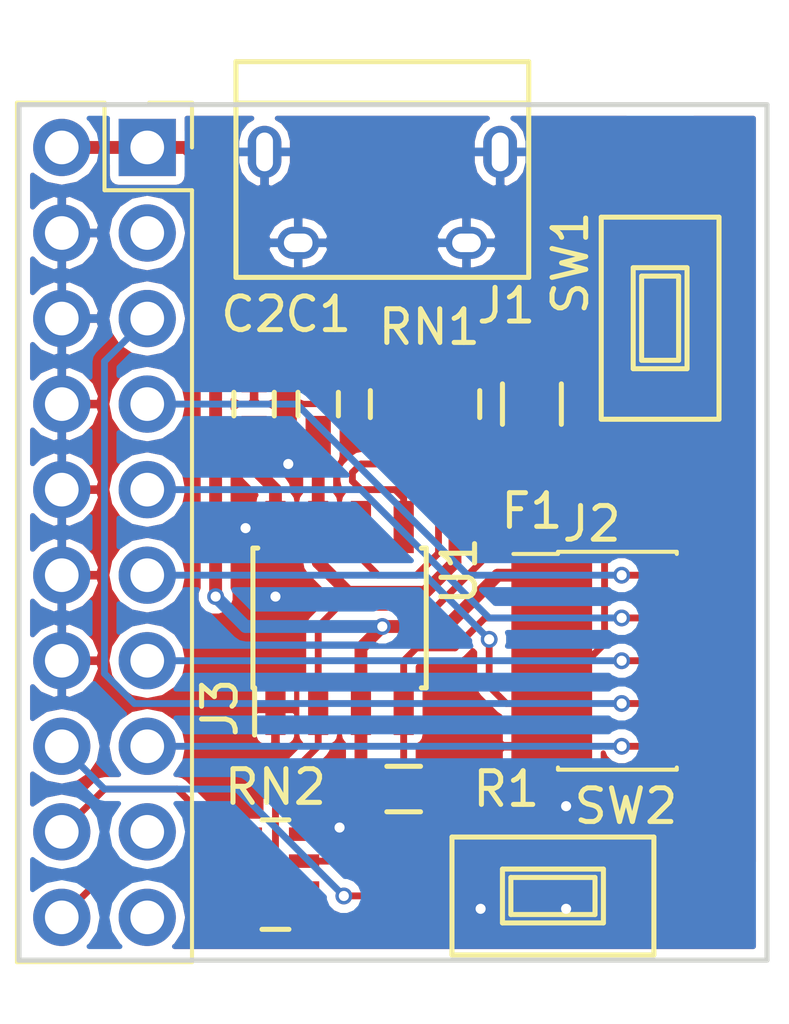
<source format=kicad_pcb>
(kicad_pcb (version 4) (host pcbnew 4.0.7)

  (general
    (links 42)
    (no_connects 0)
    (area 140.252599 90.1576 164.0474 120.8324)
    (thickness 1.6)
    (drawings 4)
    (tracks 147)
    (zones 0)
    (modules 12)
    (nets 22)
  )

  (page A4)
  (layers
    (0 F.Cu signal)
    (31 B.Cu signal)
    (32 B.Adhes user)
    (33 F.Adhes user)
    (34 B.Paste user)
    (35 F.Paste user)
    (36 B.SilkS user)
    (37 F.SilkS user)
    (38 B.Mask user)
    (39 F.Mask user)
    (40 Dwgs.User user)
    (41 Cmts.User user)
    (42 Eco1.User user)
    (43 Eco2.User user)
    (44 Edge.Cuts user)
    (45 Margin user)
    (46 B.CrtYd user)
    (47 F.CrtYd user)
    (48 B.Fab user)
    (49 F.Fab user)
  )

  (setup
    (last_trace_width 0.2032)
    (user_trace_width 0.381)
    (trace_clearance 0.1524)
    (zone_clearance 0.254)
    (zone_45_only no)
    (trace_min 0.1524)
    (segment_width 0.2)
    (edge_width 0.15)
    (via_size 0.5)
    (via_drill 0.3)
    (via_min_size 0.4)
    (via_min_drill 0.3)
    (uvia_size 0.3)
    (uvia_drill 0.1)
    (uvias_allowed no)
    (uvia_min_size 0.2)
    (uvia_min_drill 0.1)
    (pcb_text_width 0.3)
    (pcb_text_size 1.5 1.5)
    (mod_edge_width 0.15)
    (mod_text_size 1 1)
    (mod_text_width 0.15)
    (pad_size 1.524 1.524)
    (pad_drill 0.762)
    (pad_to_mask_clearance 0.2)
    (aux_axis_origin 0 0)
    (visible_elements FFFEFF7F)
    (pcbplotparams
      (layerselection 0x010f0_80000001)
      (usegerberextensions true)
      (excludeedgelayer true)
      (linewidth 0.100000)
      (plotframeref false)
      (viasonmask false)
      (mode 1)
      (useauxorigin false)
      (hpglpennumber 1)
      (hpglpenspeed 20)
      (hpglpendiameter 15)
      (hpglpenoverlay 2)
      (psnegative false)
      (psa4output false)
      (plotreference true)
      (plotvalue true)
      (plotinvisibletext false)
      (padsonsilk false)
      (subtractmaskfromsilk true)
      (outputformat 1)
      (mirror false)
      (drillshape 0)
      (scaleselection 1)
      (outputdirectory Gerber))
  )

  (net 0 "")
  (net 1 "Net-(C1-Pad1)")
  (net 2 GND)
  (net 3 "Net-(C2-Pad1)")
  (net 4 "Net-(F1-Pad2)")
  (net 5 "Net-(J1-Pad2)")
  (net 6 "Net-(J1-Pad3)")
  (net 7 VCC)
  (net 8 "Net-(J2-Pad2)")
  (net 9 /TXD)
  (net 10 "Net-(J2-Pad4)")
  (net 11 /RXD)
  (net 12 "Net-(J2-Pad6)")
  (net 13 "Net-(J2-Pad7)")
  (net 14 "Net-(J2-Pad8)")
  (net 15 "Net-(J2-Pad10)")
  (net 16 "Net-(J3-Pad16)")
  (net 17 "Net-(J3-Pad18)")
  (net 18 "Net-(J3-Pad20)")
  (net 19 "Net-(R1-Pad2)")
  (net 20 "Net-(RN1-Pad7)")
  (net 21 "Net-(RN1-Pad6)")

  (net_class Default "This is the default net class."
    (clearance 0.1524)
    (trace_width 0.2032)
    (via_dia 0.5)
    (via_drill 0.3)
    (uvia_dia 0.3)
    (uvia_drill 0.1)
    (add_net /RXD)
    (add_net /TXD)
    (add_net GND)
    (add_net "Net-(C1-Pad1)")
    (add_net "Net-(C2-Pad1)")
    (add_net "Net-(F1-Pad2)")
    (add_net "Net-(J1-Pad2)")
    (add_net "Net-(J1-Pad3)")
    (add_net "Net-(J2-Pad10)")
    (add_net "Net-(J2-Pad2)")
    (add_net "Net-(J2-Pad4)")
    (add_net "Net-(J2-Pad6)")
    (add_net "Net-(J2-Pad7)")
    (add_net "Net-(J2-Pad8)")
    (add_net "Net-(J3-Pad16)")
    (add_net "Net-(J3-Pad18)")
    (add_net "Net-(J3-Pad20)")
    (add_net "Net-(R1-Pad2)")
    (add_net "Net-(RN1-Pad6)")
    (add_net "Net-(RN1-Pad7)")
    (add_net VCC)
  )

  (module Capacitors_SMD:C_0603_HandSoldering (layer F.Cu) (tedit 5A2D5254) (tstamp 5A2D44EC)
    (at 149.86 102.235 90)
    (descr "Capacitor SMD 0603, hand soldering")
    (tags "capacitor 0603")
    (path /5A2D3F25)
    (attr smd)
    (fp_text reference C1 (at 2.667 0 180) (layer F.SilkS)
      (effects (font (size 1 1) (thickness 0.15)))
    )
    (fp_text value 1µ (at 0 1.9 90) (layer F.Fab)
      (effects (font (size 1 1) (thickness 0.15)))
    )
    (fp_line (start -0.8 0.4) (end -0.8 -0.4) (layer F.Fab) (width 0.15))
    (fp_line (start 0.8 0.4) (end -0.8 0.4) (layer F.Fab) (width 0.15))
    (fp_line (start 0.8 -0.4) (end 0.8 0.4) (layer F.Fab) (width 0.15))
    (fp_line (start -0.8 -0.4) (end 0.8 -0.4) (layer F.Fab) (width 0.15))
    (fp_line (start -1.85 -0.75) (end 1.85 -0.75) (layer F.CrtYd) (width 0.05))
    (fp_line (start -1.85 0.75) (end 1.85 0.75) (layer F.CrtYd) (width 0.05))
    (fp_line (start -1.85 -0.75) (end -1.85 0.75) (layer F.CrtYd) (width 0.05))
    (fp_line (start 1.85 -0.75) (end 1.85 0.75) (layer F.CrtYd) (width 0.05))
    (fp_line (start -0.35 -0.6) (end 0.35 -0.6) (layer F.SilkS) (width 0.15))
    (fp_line (start 0.35 0.6) (end -0.35 0.6) (layer F.SilkS) (width 0.15))
    (pad 1 smd rect (at -0.95 0 90) (size 1.2 0.75) (layers F.Cu F.Paste F.Mask)
      (net 1 "Net-(C1-Pad1)"))
    (pad 2 smd rect (at 0.95 0 90) (size 1.2 0.75) (layers F.Cu F.Paste F.Mask)
      (net 2 GND))
    (model Capacitors_SMD.3dshapes/C_0603_HandSoldering.wrl
      (at (xyz 0 0 0))
      (scale (xyz 1 1 1))
      (rotate (xyz 0 0 0))
    )
  )

  (module Capacitors_SMD:C_0603_HandSoldering (layer F.Cu) (tedit 5A2D5258) (tstamp 5A2D44F2)
    (at 147.955 102.235 90)
    (descr "Capacitor SMD 0603, hand soldering")
    (tags "capacitor 0603")
    (path /5A2D3F52)
    (attr smd)
    (fp_text reference C2 (at 2.667 0 180) (layer F.SilkS)
      (effects (font (size 1 1) (thickness 0.15)))
    )
    (fp_text value 1µ (at 0 1.9 90) (layer F.Fab)
      (effects (font (size 1 1) (thickness 0.15)))
    )
    (fp_line (start -0.8 0.4) (end -0.8 -0.4) (layer F.Fab) (width 0.15))
    (fp_line (start 0.8 0.4) (end -0.8 0.4) (layer F.Fab) (width 0.15))
    (fp_line (start 0.8 -0.4) (end 0.8 0.4) (layer F.Fab) (width 0.15))
    (fp_line (start -0.8 -0.4) (end 0.8 -0.4) (layer F.Fab) (width 0.15))
    (fp_line (start -1.85 -0.75) (end 1.85 -0.75) (layer F.CrtYd) (width 0.05))
    (fp_line (start -1.85 0.75) (end 1.85 0.75) (layer F.CrtYd) (width 0.05))
    (fp_line (start -1.85 -0.75) (end -1.85 0.75) (layer F.CrtYd) (width 0.05))
    (fp_line (start 1.85 -0.75) (end 1.85 0.75) (layer F.CrtYd) (width 0.05))
    (fp_line (start -0.35 -0.6) (end 0.35 -0.6) (layer F.SilkS) (width 0.15))
    (fp_line (start 0.35 0.6) (end -0.35 0.6) (layer F.SilkS) (width 0.15))
    (pad 1 smd rect (at -0.95 0 90) (size 1.2 0.75) (layers F.Cu F.Paste F.Mask)
      (net 3 "Net-(C2-Pad1)"))
    (pad 2 smd rect (at 0.95 0 90) (size 1.2 0.75) (layers F.Cu F.Paste F.Mask)
      (net 2 GND))
    (model Capacitors_SMD.3dshapes/C_0603_HandSoldering.wrl
      (at (xyz 0 0 0))
      (scale (xyz 1 1 1))
      (rotate (xyz 0 0 0))
    )
  )

  (module Resistors_SMD:R_0805_HandSoldering (layer F.Cu) (tedit 5A2D522A) (tstamp 5A2D44F8)
    (at 156.21 102.235 90)
    (descr "Resistor SMD 0805, hand soldering")
    (tags "resistor 0805")
    (path /5A2D3EFB)
    (attr smd)
    (fp_text reference F1 (at -3.175 0 180) (layer F.SilkS)
      (effects (font (size 1 1) (thickness 0.15)))
    )
    (fp_text value 200mA (at 0 2.1 90) (layer F.Fab)
      (effects (font (size 1 1) (thickness 0.15)))
    )
    (fp_line (start -1 0.625) (end -1 -0.625) (layer F.Fab) (width 0.1))
    (fp_line (start 1 0.625) (end -1 0.625) (layer F.Fab) (width 0.1))
    (fp_line (start 1 -0.625) (end 1 0.625) (layer F.Fab) (width 0.1))
    (fp_line (start -1 -0.625) (end 1 -0.625) (layer F.Fab) (width 0.1))
    (fp_line (start -2.4 -1) (end 2.4 -1) (layer F.CrtYd) (width 0.05))
    (fp_line (start -2.4 1) (end 2.4 1) (layer F.CrtYd) (width 0.05))
    (fp_line (start -2.4 -1) (end -2.4 1) (layer F.CrtYd) (width 0.05))
    (fp_line (start 2.4 -1) (end 2.4 1) (layer F.CrtYd) (width 0.05))
    (fp_line (start 0.6 0.875) (end -0.6 0.875) (layer F.SilkS) (width 0.15))
    (fp_line (start -0.6 -0.875) (end 0.6 -0.875) (layer F.SilkS) (width 0.15))
    (pad 1 smd rect (at -1.35 0 90) (size 1.5 1.3) (layers F.Cu F.Paste F.Mask)
      (net 1 "Net-(C1-Pad1)"))
    (pad 2 smd rect (at 1.35 0 90) (size 1.5 1.3) (layers F.Cu F.Paste F.Mask)
      (net 4 "Net-(F1-Pad2)"))
    (model Resistors_SMD.3dshapes/R_0805_HandSoldering.wrl
      (at (xyz 0 0 0))
      (scale (xyz 1 1 1))
      (rotate (xyz 0 0 0))
    )
  )

  (module Connectors:USB_Micro-B (layer F.Cu) (tedit 5A2D5240) (tstamp 5A2D4505)
    (at 151.765 95.885 180)
    (descr "Micro USB Type B Receptacle")
    (tags "USB USB_B USB_micro USB_OTG")
    (path /5A2D3CE7)
    (attr smd)
    (fp_text reference J1 (at -3.683 -3.429 360) (layer F.SilkS)
      (effects (font (size 1 1) (thickness 0.15)))
    )
    (fp_text value USB (at 0 4.8 180) (layer F.Fab)
      (effects (font (size 1 1) (thickness 0.15)))
    )
    (fp_line (start -4.6 -2.8) (end 4.6 -2.8) (layer F.CrtYd) (width 0.05))
    (fp_line (start 4.6 -2.8) (end 4.6 4.05) (layer F.CrtYd) (width 0.05))
    (fp_line (start 4.6 4.05) (end -4.6 4.05) (layer F.CrtYd) (width 0.05))
    (fp_line (start -4.6 4.05) (end -4.6 -2.8) (layer F.CrtYd) (width 0.05))
    (fp_line (start -4.3509 3.81746) (end 4.3491 3.81746) (layer F.SilkS) (width 0.15))
    (fp_line (start -4.3509 -2.58754) (end 4.3491 -2.58754) (layer F.SilkS) (width 0.15))
    (fp_line (start 4.3491 -2.58754) (end 4.3491 3.81746) (layer F.SilkS) (width 0.15))
    (fp_line (start 4.3491 2.58746) (end -4.3509 2.58746) (layer F.SilkS) (width 0.15))
    (fp_line (start -4.3509 3.81746) (end -4.3509 -2.58754) (layer F.SilkS) (width 0.15))
    (pad 1 smd rect (at -1.3009 -1.56254 270) (size 1.35 0.4) (layers F.Cu F.Paste F.Mask)
      (net 4 "Net-(F1-Pad2)"))
    (pad 2 smd rect (at -0.6509 -1.56254 270) (size 1.35 0.4) (layers F.Cu F.Paste F.Mask)
      (net 5 "Net-(J1-Pad2)"))
    (pad 3 smd rect (at -0.0009 -1.56254 270) (size 1.35 0.4) (layers F.Cu F.Paste F.Mask)
      (net 6 "Net-(J1-Pad3)"))
    (pad 4 smd rect (at 0.6491 -1.56254 270) (size 1.35 0.4) (layers F.Cu F.Paste F.Mask))
    (pad 5 smd rect (at 1.2991 -1.56254 270) (size 1.35 0.4) (layers F.Cu F.Paste F.Mask)
      (net 2 GND))
    (pad 6 thru_hole oval (at -2.5009 -1.56254 270) (size 0.95 1.25) (drill oval 0.55 0.85) (layers *.Cu *.Mask)
      (net 2 GND))
    (pad 6 thru_hole oval (at 2.4991 -1.56254 270) (size 0.95 1.25) (drill oval 0.55 0.85) (layers *.Cu *.Mask)
      (net 2 GND))
    (pad 6 thru_hole oval (at -3.5009 1.13746 270) (size 1.55 1) (drill oval 1.15 0.5) (layers *.Cu *.Mask)
      (net 2 GND))
    (pad 6 thru_hole oval (at 3.4991 1.13746 270) (size 1.55 1) (drill oval 1.15 0.5) (layers *.Cu *.Mask)
      (net 2 GND))
  )

  (module Pin_Headers:Pin_Header_Straight_2x05_Pitch1.27mm_SMD (layer F.Cu) (tedit 5A2D522F) (tstamp 5A2D4513)
    (at 158.75 109.855)
    (descr "surface-mounted straight pin header, 2x05, 1.27mm pitch, double rows")
    (tags "Surface mounted pin header SMD 2x05 1.27mm double row")
    (path /5A2D3C76)
    (attr smd)
    (fp_text reference J2 (at -0.762 -4.064) (layer F.SilkS)
      (effects (font (size 1 1) (thickness 0.15)))
    )
    (fp_text value CMSIS (at 0 4.235) (layer F.Fab)
      (effects (font (size 1 1) (thickness 0.15)))
    )
    (fp_line (start 1.705 3.175) (end -1.705 3.175) (layer F.Fab) (width 0.1))
    (fp_line (start -1.27 -3.175) (end 1.705 -3.175) (layer F.Fab) (width 0.1))
    (fp_line (start -1.705 3.175) (end -1.705 -2.74) (layer F.Fab) (width 0.1))
    (fp_line (start -1.705 -2.74) (end -1.27 -3.175) (layer F.Fab) (width 0.1))
    (fp_line (start 1.705 -3.175) (end 1.705 3.175) (layer F.Fab) (width 0.1))
    (fp_line (start -1.705 -2.74) (end -2.75 -2.74) (layer F.Fab) (width 0.1))
    (fp_line (start -2.75 -2.74) (end -2.75 -2.34) (layer F.Fab) (width 0.1))
    (fp_line (start -2.75 -2.34) (end -1.705 -2.34) (layer F.Fab) (width 0.1))
    (fp_line (start 1.705 -2.74) (end 2.75 -2.74) (layer F.Fab) (width 0.1))
    (fp_line (start 2.75 -2.74) (end 2.75 -2.34) (layer F.Fab) (width 0.1))
    (fp_line (start 2.75 -2.34) (end 1.705 -2.34) (layer F.Fab) (width 0.1))
    (fp_line (start -1.705 -1.47) (end -2.75 -1.47) (layer F.Fab) (width 0.1))
    (fp_line (start -2.75 -1.47) (end -2.75 -1.07) (layer F.Fab) (width 0.1))
    (fp_line (start -2.75 -1.07) (end -1.705 -1.07) (layer F.Fab) (width 0.1))
    (fp_line (start 1.705 -1.47) (end 2.75 -1.47) (layer F.Fab) (width 0.1))
    (fp_line (start 2.75 -1.47) (end 2.75 -1.07) (layer F.Fab) (width 0.1))
    (fp_line (start 2.75 -1.07) (end 1.705 -1.07) (layer F.Fab) (width 0.1))
    (fp_line (start -1.705 -0.2) (end -2.75 -0.2) (layer F.Fab) (width 0.1))
    (fp_line (start -2.75 -0.2) (end -2.75 0.2) (layer F.Fab) (width 0.1))
    (fp_line (start -2.75 0.2) (end -1.705 0.2) (layer F.Fab) (width 0.1))
    (fp_line (start 1.705 -0.2) (end 2.75 -0.2) (layer F.Fab) (width 0.1))
    (fp_line (start 2.75 -0.2) (end 2.75 0.2) (layer F.Fab) (width 0.1))
    (fp_line (start 2.75 0.2) (end 1.705 0.2) (layer F.Fab) (width 0.1))
    (fp_line (start -1.705 1.07) (end -2.75 1.07) (layer F.Fab) (width 0.1))
    (fp_line (start -2.75 1.07) (end -2.75 1.47) (layer F.Fab) (width 0.1))
    (fp_line (start -2.75 1.47) (end -1.705 1.47) (layer F.Fab) (width 0.1))
    (fp_line (start 1.705 1.07) (end 2.75 1.07) (layer F.Fab) (width 0.1))
    (fp_line (start 2.75 1.07) (end 2.75 1.47) (layer F.Fab) (width 0.1))
    (fp_line (start 2.75 1.47) (end 1.705 1.47) (layer F.Fab) (width 0.1))
    (fp_line (start -1.705 2.34) (end -2.75 2.34) (layer F.Fab) (width 0.1))
    (fp_line (start -2.75 2.34) (end -2.75 2.74) (layer F.Fab) (width 0.1))
    (fp_line (start -2.75 2.74) (end -1.705 2.74) (layer F.Fab) (width 0.1))
    (fp_line (start 1.705 2.34) (end 2.75 2.34) (layer F.Fab) (width 0.1))
    (fp_line (start 2.75 2.34) (end 2.75 2.74) (layer F.Fab) (width 0.1))
    (fp_line (start 2.75 2.74) (end 1.705 2.74) (layer F.Fab) (width 0.1))
    (fp_line (start -1.765 -3.235) (end 1.765 -3.235) (layer F.SilkS) (width 0.12))
    (fp_line (start -1.765 3.235) (end 1.765 3.235) (layer F.SilkS) (width 0.12))
    (fp_line (start -3.09 -3.17) (end -1.765 -3.17) (layer F.SilkS) (width 0.12))
    (fp_line (start -1.765 -3.235) (end -1.765 -3.17) (layer F.SilkS) (width 0.12))
    (fp_line (start 1.765 -3.235) (end 1.765 -3.17) (layer F.SilkS) (width 0.12))
    (fp_line (start -1.765 3.17) (end -1.765 3.235) (layer F.SilkS) (width 0.12))
    (fp_line (start 1.765 3.17) (end 1.765 3.235) (layer F.SilkS) (width 0.12))
    (fp_line (start -4.3 -3.7) (end -4.3 3.7) (layer F.CrtYd) (width 0.05))
    (fp_line (start -4.3 3.7) (end 4.3 3.7) (layer F.CrtYd) (width 0.05))
    (fp_line (start 4.3 3.7) (end 4.3 -3.7) (layer F.CrtYd) (width 0.05))
    (fp_line (start 4.3 -3.7) (end -4.3 -3.7) (layer F.CrtYd) (width 0.05))
    (fp_text user %R (at 0 0 90) (layer F.Fab)
      (effects (font (size 1 1) (thickness 0.15)))
    )
    (pad 1 smd rect (at -1.95 -2.54) (size 2.4 0.74) (layers F.Cu F.Paste F.Mask)
      (net 7 VCC))
    (pad 2 smd rect (at 1.95 -2.54) (size 2.4 0.74) (layers F.Cu F.Paste F.Mask)
      (net 8 "Net-(J2-Pad2)"))
    (pad 3 smd rect (at -1.95 -1.27) (size 2.4 0.74) (layers F.Cu F.Paste F.Mask)
      (net 9 /TXD))
    (pad 4 smd rect (at 1.95 -1.27) (size 2.4 0.74) (layers F.Cu F.Paste F.Mask)
      (net 10 "Net-(J2-Pad4)"))
    (pad 5 smd rect (at -1.95 0) (size 2.4 0.74) (layers F.Cu F.Paste F.Mask)
      (net 11 /RXD))
    (pad 6 smd rect (at 1.95 0) (size 2.4 0.74) (layers F.Cu F.Paste F.Mask)
      (net 12 "Net-(J2-Pad6)"))
    (pad 7 smd rect (at -1.95 1.27) (size 2.4 0.74) (layers F.Cu F.Paste F.Mask)
      (net 13 "Net-(J2-Pad7)"))
    (pad 8 smd rect (at 1.95 1.27) (size 2.4 0.74) (layers F.Cu F.Paste F.Mask)
      (net 14 "Net-(J2-Pad8)"))
    (pad 9 smd rect (at -1.95 2.54) (size 2.4 0.74) (layers F.Cu F.Paste F.Mask)
      (net 2 GND))
    (pad 10 smd rect (at 1.95 2.54) (size 2.4 0.74) (layers F.Cu F.Paste F.Mask)
      (net 15 "Net-(J2-Pad10)"))
    (model ${KISYS3DMOD}/Pin_Headers.3dshapes/Pin_Header_Straight_2x05_Pitch1.27mm_SMD.wrl
      (at (xyz 0 0 0))
      (scale (xyz 1 1 1))
      (rotate (xyz 0 0 0))
    )
  )

  (module Socket_Strips:Socket_Strip_Straight_2x10_Pitch2.54mm (layer F.Cu) (tedit 5A2D5278) (tstamp 5A2D452B)
    (at 144.78 94.615)
    (descr "Through hole straight socket strip, 2x10, 2.54mm pitch, double rows")
    (tags "Through hole socket strip THT 2x10 2.54mm double row")
    (path /5A2D3C28)
    (fp_text reference J3 (at 2.159 16.637 90) (layer F.SilkS)
      (effects (font (size 1 1) (thickness 0.15)))
    )
    (fp_text value JTAG (at -1.27 25.19) (layer F.Fab)
      (effects (font (size 1 1) (thickness 0.15)))
    )
    (fp_line (start -3.81 -1.27) (end -3.81 24.13) (layer F.Fab) (width 0.1))
    (fp_line (start -3.81 24.13) (end 1.27 24.13) (layer F.Fab) (width 0.1))
    (fp_line (start 1.27 24.13) (end 1.27 -1.27) (layer F.Fab) (width 0.1))
    (fp_line (start 1.27 -1.27) (end -3.81 -1.27) (layer F.Fab) (width 0.1))
    (fp_line (start 1.33 1.27) (end 1.33 24.19) (layer F.SilkS) (width 0.12))
    (fp_line (start 1.33 24.19) (end -3.87 24.19) (layer F.SilkS) (width 0.12))
    (fp_line (start -3.87 24.19) (end -3.87 -1.33) (layer F.SilkS) (width 0.12))
    (fp_line (start -3.87 -1.33) (end -1.27 -1.33) (layer F.SilkS) (width 0.12))
    (fp_line (start -1.27 -1.33) (end -1.27 1.27) (layer F.SilkS) (width 0.12))
    (fp_line (start -1.27 1.27) (end 1.33 1.27) (layer F.SilkS) (width 0.12))
    (fp_line (start 1.33 0) (end 1.33 -1.33) (layer F.SilkS) (width 0.12))
    (fp_line (start 1.33 -1.33) (end 0.06 -1.33) (layer F.SilkS) (width 0.12))
    (fp_line (start -4.35 -1.8) (end -4.35 24.65) (layer F.CrtYd) (width 0.05))
    (fp_line (start -4.35 24.65) (end 1.8 24.65) (layer F.CrtYd) (width 0.05))
    (fp_line (start 1.8 24.65) (end 1.8 -1.8) (layer F.CrtYd) (width 0.05))
    (fp_line (start 1.8 -1.8) (end -4.35 -1.8) (layer F.CrtYd) (width 0.05))
    (fp_text user %R (at 2.159 16.637 90) (layer F.Fab)
      (effects (font (size 1 1) (thickness 0.15)))
    )
    (pad 1 thru_hole rect (at 0 0) (size 1.7 1.7) (drill 1) (layers *.Cu *.Mask)
      (net 7 VCC))
    (pad 2 thru_hole oval (at -2.54 0) (size 1.7 1.7) (drill 1) (layers *.Cu *.Mask)
      (net 7 VCC))
    (pad 3 thru_hole oval (at 0 2.54) (size 1.7 1.7) (drill 1) (layers *.Cu *.Mask))
    (pad 4 thru_hole oval (at -2.54 2.54) (size 1.7 1.7) (drill 1) (layers *.Cu *.Mask)
      (net 2 GND))
    (pad 5 thru_hole oval (at 0 5.08) (size 1.7 1.7) (drill 1) (layers *.Cu *.Mask)
      (net 14 "Net-(J2-Pad8)"))
    (pad 6 thru_hole oval (at -2.54 5.08) (size 1.7 1.7) (drill 1) (layers *.Cu *.Mask)
      (net 2 GND))
    (pad 7 thru_hole oval (at 0 7.62) (size 1.7 1.7) (drill 1) (layers *.Cu *.Mask)
      (net 8 "Net-(J2-Pad2)"))
    (pad 8 thru_hole oval (at -2.54 7.62) (size 1.7 1.7) (drill 1) (layers *.Cu *.Mask)
      (net 2 GND))
    (pad 9 thru_hole oval (at 0 10.16) (size 1.7 1.7) (drill 1) (layers *.Cu *.Mask)
      (net 10 "Net-(J2-Pad4)"))
    (pad 10 thru_hole oval (at -2.54 10.16) (size 1.7 1.7) (drill 1) (layers *.Cu *.Mask)
      (net 2 GND))
    (pad 11 thru_hole oval (at 0 12.7) (size 1.7 1.7) (drill 1) (layers *.Cu *.Mask)
      (net 13 "Net-(J2-Pad7)"))
    (pad 12 thru_hole oval (at -2.54 12.7) (size 1.7 1.7) (drill 1) (layers *.Cu *.Mask)
      (net 2 GND))
    (pad 13 thru_hole oval (at 0 15.24) (size 1.7 1.7) (drill 1) (layers *.Cu *.Mask)
      (net 12 "Net-(J2-Pad6)"))
    (pad 14 thru_hole oval (at -2.54 15.24) (size 1.7 1.7) (drill 1) (layers *.Cu *.Mask)
      (net 2 GND))
    (pad 15 thru_hole oval (at 0 17.78) (size 1.7 1.7) (drill 1) (layers *.Cu *.Mask)
      (net 15 "Net-(J2-Pad10)"))
    (pad 16 thru_hole oval (at -2.54 17.78) (size 1.7 1.7) (drill 1) (layers *.Cu *.Mask)
      (net 16 "Net-(J3-Pad16)"))
    (pad 17 thru_hole oval (at 0 20.32) (size 1.7 1.7) (drill 1) (layers *.Cu *.Mask))
    (pad 18 thru_hole oval (at -2.54 20.32) (size 1.7 1.7) (drill 1) (layers *.Cu *.Mask)
      (net 17 "Net-(J3-Pad18)"))
    (pad 19 thru_hole oval (at 0 22.86) (size 1.7 1.7) (drill 1) (layers *.Cu *.Mask))
    (pad 20 thru_hole oval (at -2.54 22.86) (size 1.7 1.7) (drill 1) (layers *.Cu *.Mask)
      (net 18 "Net-(J3-Pad20)"))
    (model ${KISYS3DMOD}/Socket_Strips.3dshapes/Socket_Strip_Straight_2x10_Pitch2.54mm.wrl
      (at (xyz -0.05 -0.45 0))
      (scale (xyz 1 1 1))
      (rotate (xyz 0 0 270))
    )
  )

  (module Resistors_SMD:R_0603_HandSoldering (layer F.Cu) (tedit 5A2D5267) (tstamp 5A2D4531)
    (at 152.4 113.665)
    (descr "Resistor SMD 0603, hand soldering")
    (tags "resistor 0603")
    (path /5A2D5017)
    (attr smd)
    (fp_text reference R1 (at 3.048 0) (layer F.SilkS)
      (effects (font (size 1 1) (thickness 0.15)))
    )
    (fp_text value R_Small (at 0 1.9) (layer F.Fab)
      (effects (font (size 1 1) (thickness 0.15)))
    )
    (fp_line (start -0.8 0.4) (end -0.8 -0.4) (layer F.Fab) (width 0.1))
    (fp_line (start 0.8 0.4) (end -0.8 0.4) (layer F.Fab) (width 0.1))
    (fp_line (start 0.8 -0.4) (end 0.8 0.4) (layer F.Fab) (width 0.1))
    (fp_line (start -0.8 -0.4) (end 0.8 -0.4) (layer F.Fab) (width 0.1))
    (fp_line (start -2 -0.8) (end 2 -0.8) (layer F.CrtYd) (width 0.05))
    (fp_line (start -2 0.8) (end 2 0.8) (layer F.CrtYd) (width 0.05))
    (fp_line (start -2 -0.8) (end -2 0.8) (layer F.CrtYd) (width 0.05))
    (fp_line (start 2 -0.8) (end 2 0.8) (layer F.CrtYd) (width 0.05))
    (fp_line (start 0.5 0.675) (end -0.5 0.675) (layer F.SilkS) (width 0.15))
    (fp_line (start -0.5 -0.675) (end 0.5 -0.675) (layer F.SilkS) (width 0.15))
    (pad 1 smd rect (at -1.1 0) (size 1.2 0.9) (layers F.Cu F.Paste F.Mask)
      (net 7 VCC))
    (pad 2 smd rect (at 1.1 0) (size 1.2 0.9) (layers F.Cu F.Paste F.Mask)
      (net 19 "Net-(R1-Pad2)"))
    (model Resistors_SMD.3dshapes/R_0603_HandSoldering.wrl
      (at (xyz 0 0 0))
      (scale (xyz 1 1 1))
      (rotate (xyz 0 0 0))
    )
  )

  (module Resistors_SMD:R_Array_Concave_4x0603 (layer F.Cu) (tedit 5A2D521F) (tstamp 5A2D453D)
    (at 153.035 102.235 270)
    (descr "Thick Film Chip Resistor Array, Wave soldering, Vishay CRA06P (see cra06p.pdf)")
    (tags "resistor array")
    (path /5A2D3DE6)
    (attr smd)
    (fp_text reference RN1 (at -2.286 -0.127 360) (layer F.SilkS)
      (effects (font (size 1 1) (thickness 0.15)))
    )
    (fp_text value 22 (at 0 2.6 270) (layer F.Fab)
      (effects (font (size 1 1) (thickness 0.15)))
    )
    (fp_line (start -1.55 -1.75) (end 1.55 -1.75) (layer F.CrtYd) (width 0.05))
    (fp_line (start -1.55 1.75) (end 1.55 1.75) (layer F.CrtYd) (width 0.05))
    (fp_line (start -1.55 -1.75) (end -1.55 1.75) (layer F.CrtYd) (width 0.05))
    (fp_line (start 1.55 -1.75) (end 1.55 1.75) (layer F.CrtYd) (width 0.05))
    (fp_line (start 0.4 1.625) (end -0.4 1.625) (layer F.SilkS) (width 0.15))
    (fp_line (start 0.4 -1.625) (end -0.4 -1.625) (layer F.SilkS) (width 0.15))
    (pad 2 smd rect (at -0.85 -0.4 270) (size 0.9 0.4) (layers F.Cu F.Paste F.Mask)
      (net 5 "Net-(J1-Pad2)"))
    (pad 3 smd rect (at -0.85 0.4 270) (size 0.9 0.4) (layers F.Cu F.Paste F.Mask)
      (net 6 "Net-(J1-Pad3)"))
    (pad 1 smd rect (at -0.85 -1.2 270) (size 0.9 0.4) (layers F.Cu F.Paste F.Mask))
    (pad 4 smd rect (at -0.85 1.2 270) (size 0.9 0.4) (layers F.Cu F.Paste F.Mask))
    (pad 8 smd rect (at 0.85 -1.2 270) (size 0.9 0.4) (layers F.Cu F.Paste F.Mask))
    (pad 7 smd rect (at 0.85 -0.4 270) (size 0.9 0.4) (layers F.Cu F.Paste F.Mask)
      (net 20 "Net-(RN1-Pad7)"))
    (pad 6 smd rect (at 0.85 0.4 270) (size 0.9 0.4) (layers F.Cu F.Paste F.Mask)
      (net 21 "Net-(RN1-Pad6)"))
    (pad 5 smd rect (at 0.85 1.2 270) (size 0.9 0.4) (layers F.Cu F.Paste F.Mask))
    (model Resistors_SMD.3dshapes/R_Array_Concave_4x0603.wrl
      (at (xyz 0 0 0))
      (scale (xyz 1 1 1))
      (rotate (xyz 0 0 0))
    )
  )

  (module Resistors_SMD:R_Array_Concave_4x0603 (layer F.Cu) (tedit 548A2EB7) (tstamp 5A2D4549)
    (at 148.59 116.205)
    (descr "Thick Film Chip Resistor Array, Wave soldering, Vishay CRA06P (see cra06p.pdf)")
    (tags "resistor array")
    (path /5A2D51C6)
    (attr smd)
    (fp_text reference RN2 (at 0 -2.6) (layer F.SilkS)
      (effects (font (size 1 1) (thickness 0.15)))
    )
    (fp_text value 22 (at 0 2.6) (layer F.Fab)
      (effects (font (size 1 1) (thickness 0.15)))
    )
    (fp_line (start -1.55 -1.75) (end 1.55 -1.75) (layer F.CrtYd) (width 0.05))
    (fp_line (start -1.55 1.75) (end 1.55 1.75) (layer F.CrtYd) (width 0.05))
    (fp_line (start -1.55 -1.75) (end -1.55 1.75) (layer F.CrtYd) (width 0.05))
    (fp_line (start 1.55 -1.75) (end 1.55 1.75) (layer F.CrtYd) (width 0.05))
    (fp_line (start 0.4 1.625) (end -0.4 1.625) (layer F.SilkS) (width 0.15))
    (fp_line (start 0.4 -1.625) (end -0.4 -1.625) (layer F.SilkS) (width 0.15))
    (pad 2 smd rect (at -0.85 -0.4) (size 0.9 0.4) (layers F.Cu F.Paste F.Mask)
      (net 17 "Net-(J3-Pad18)"))
    (pad 3 smd rect (at -0.85 0.4) (size 0.9 0.4) (layers F.Cu F.Paste F.Mask)
      (net 18 "Net-(J3-Pad20)"))
    (pad 1 smd rect (at -0.85 -1.2) (size 0.9 0.4) (layers F.Cu F.Paste F.Mask))
    (pad 4 smd rect (at -0.85 1.2) (size 0.9 0.4) (layers F.Cu F.Paste F.Mask))
    (pad 8 smd rect (at 0.85 -1.2) (size 0.9 0.4) (layers F.Cu F.Paste F.Mask))
    (pad 7 smd rect (at 0.85 -0.4) (size 0.9 0.4) (layers F.Cu F.Paste F.Mask)
      (net 9 /TXD))
    (pad 6 smd rect (at 0.85 0.4) (size 0.9 0.4) (layers F.Cu F.Paste F.Mask)
      (net 11 /RXD))
    (pad 5 smd rect (at 0.85 1.2) (size 0.9 0.4) (layers F.Cu F.Paste F.Mask))
    (model Resistors_SMD.3dshapes/R_Array_Concave_4x0603.wrl
      (at (xyz 0 0 0))
      (scale (xyz 1 1 1))
      (rotate (xyz 0 0 0))
    )
  )

  (module Housings_SOIC:SOIC-8_3.9x4.9mm_Pitch1.27mm (layer F.Cu) (tedit 5A2D525F) (tstamp 5A2D4889)
    (at 150.495 108.585 90)
    (descr "8-Lead Plastic Small Outline (SN) - Narrow, 3.90 mm Body [SOIC] (see Microchip Packaging Specification 00000049BS.pdf)")
    (tags "SOIC 1.27")
    (path /5A2D3AFA)
    (attr smd)
    (fp_text reference U1 (at 1.397 3.556 90) (layer F.SilkS)
      (effects (font (size 1 1) (thickness 0.15)))
    )
    (fp_text value HT42B534 (at 0 3.5 90) (layer F.Fab)
      (effects (font (size 1 1) (thickness 0.15)))
    )
    (fp_line (start -0.95 -2.45) (end 1.95 -2.45) (layer F.Fab) (width 0.15))
    (fp_line (start 1.95 -2.45) (end 1.95 2.45) (layer F.Fab) (width 0.15))
    (fp_line (start 1.95 2.45) (end -1.95 2.45) (layer F.Fab) (width 0.15))
    (fp_line (start -1.95 2.45) (end -1.95 -1.45) (layer F.Fab) (width 0.15))
    (fp_line (start -1.95 -1.45) (end -0.95 -2.45) (layer F.Fab) (width 0.15))
    (fp_line (start -3.75 -2.75) (end -3.75 2.75) (layer F.CrtYd) (width 0.05))
    (fp_line (start 3.75 -2.75) (end 3.75 2.75) (layer F.CrtYd) (width 0.05))
    (fp_line (start -3.75 -2.75) (end 3.75 -2.75) (layer F.CrtYd) (width 0.05))
    (fp_line (start -3.75 2.75) (end 3.75 2.75) (layer F.CrtYd) (width 0.05))
    (fp_line (start -2.075 -2.575) (end -2.075 -2.525) (layer F.SilkS) (width 0.15))
    (fp_line (start 2.075 -2.575) (end 2.075 -2.43) (layer F.SilkS) (width 0.15))
    (fp_line (start 2.075 2.575) (end 2.075 2.43) (layer F.SilkS) (width 0.15))
    (fp_line (start -2.075 2.575) (end -2.075 2.43) (layer F.SilkS) (width 0.15))
    (fp_line (start -2.075 -2.575) (end 2.075 -2.575) (layer F.SilkS) (width 0.15))
    (fp_line (start -2.075 2.575) (end 2.075 2.575) (layer F.SilkS) (width 0.15))
    (fp_line (start -2.075 -2.525) (end -3.475 -2.525) (layer F.SilkS) (width 0.15))
    (pad 1 smd rect (at -2.7 -1.905 90) (size 1.55 0.6) (layers F.Cu F.Paste F.Mask)
      (net 2 GND))
    (pad 2 smd rect (at -2.7 -0.635 90) (size 1.55 0.6) (layers F.Cu F.Paste F.Mask)
      (net 11 /RXD))
    (pad 3 smd rect (at -2.7 0.635 90) (size 1.55 0.6) (layers F.Cu F.Paste F.Mask)
      (net 7 VCC))
    (pad 4 smd rect (at -2.7 1.905 90) (size 1.55 0.6) (layers F.Cu F.Paste F.Mask)
      (net 9 /TXD))
    (pad 5 smd rect (at 2.7 1.905 90) (size 1.55 0.6) (layers F.Cu F.Paste F.Mask)
      (net 21 "Net-(RN1-Pad6)"))
    (pad 6 smd rect (at 2.7 0.635 90) (size 1.55 0.6) (layers F.Cu F.Paste F.Mask)
      (net 20 "Net-(RN1-Pad7)"))
    (pad 7 smd rect (at 2.7 -0.635 90) (size 1.55 0.6) (layers F.Cu F.Paste F.Mask)
      (net 1 "Net-(C1-Pad1)"))
    (pad 8 smd rect (at 2.7 -1.905 90) (size 1.55 0.6) (layers F.Cu F.Paste F.Mask)
      (net 3 "Net-(C2-Pad1)"))
    (model Housings_SOIC.3dshapes/SOIC-8_3.9x4.9mm_Pitch1.27mm.wrl
      (at (xyz 0 0 0))
      (scale (xyz 1 1 1))
      (rotate (xyz 0 0 0))
    )
  )

  (module Buttons_Switches_SMD:SW_SPST_FSMSM (layer F.Cu) (tedit 5A2D5245) (tstamp 5A2D4930)
    (at 160.02 99.695 90)
    (descr http://www.te.com/commerce/DocumentDelivery/DDEController?Action=srchrtrv&DocNm=1437566-3&DocType=Customer+Drawing&DocLang=English)
    (tags "SPST button tactile switch")
    (path /5A2D4A19)
    (attr smd)
    (fp_text reference SW1 (at 1.651 -2.667 90) (layer F.SilkS)
      (effects (font (size 1 1) (thickness 0.15)))
    )
    (fp_text value Reset (at 0 3 90) (layer F.Fab)
      (effects (font (size 1 1) (thickness 0.15)))
    )
    (fp_line (start -1.23989 -0.55022) (end 1.26011 -0.55022) (layer F.SilkS) (width 0.15))
    (fp_line (start 1.26011 -0.55022) (end 1.26011 0.54978) (layer F.SilkS) (width 0.15))
    (fp_line (start 1.26011 0.54978) (end -1.23989 0.54978) (layer F.SilkS) (width 0.15))
    (fp_line (start -1.23989 0.54978) (end -1.23989 -0.55022) (layer F.SilkS) (width 0.15))
    (fp_line (start -1.48989 0.79978) (end 1.51011 0.79978) (layer F.SilkS) (width 0.15))
    (fp_line (start -1.48989 -0.80022) (end 1.51011 -0.80022) (layer F.SilkS) (width 0.15))
    (fp_line (start 1.51011 -0.80022) (end 1.51011 0.79978) (layer F.SilkS) (width 0.15))
    (fp_line (start -1.48989 -0.80022) (end -1.48989 0.79978) (layer F.SilkS) (width 0.15))
    (fp_line (start -5.95 2) (end 5.95 2) (layer F.CrtYd) (width 0.05))
    (fp_line (start 5.95 -2) (end 5.95 2) (layer F.CrtYd) (width 0.05))
    (fp_line (start -2.98989 1.74978) (end 3.01011 1.74978) (layer F.SilkS) (width 0.15))
    (fp_line (start -2.98989 -1.75022) (end 3.01011 -1.75022) (layer F.SilkS) (width 0.15))
    (fp_line (start -2.98989 -1.75022) (end -2.98989 1.74978) (layer F.SilkS) (width 0.15))
    (fp_line (start 3.01011 -1.75022) (end 3.01011 1.74978) (layer F.SilkS) (width 0.15))
    (fp_line (start -5.95 -2) (end -5.95 2) (layer F.CrtYd) (width 0.05))
    (fp_line (start -5.95 -2) (end 5.95 -2) (layer F.CrtYd) (width 0.05))
    (pad 1 smd rect (at -4.60243 -0.00232 90) (size 2.18 1.6) (layers F.Cu F.Paste F.Mask)
      (net 15 "Net-(J2-Pad10)"))
    (pad 2 smd rect (at 4.60243 0.00232 90) (size 2.18 1.6) (layers F.Cu F.Paste F.Mask)
      (net 2 GND))
  )

  (module Buttons_Switches_SMD:SW_SPST_FSMSM (layer F.Cu) (tedit 5A2D5236) (tstamp 5A2D4935)
    (at 156.845 116.84 180)
    (descr http://www.te.com/commerce/DocumentDelivery/DDEController?Action=srchrtrv&DocNm=1437566-3&DocType=Customer+Drawing&DocLang=English)
    (tags "SPST button tactile switch")
    (path /5A2D3F84)
    (attr smd)
    (fp_text reference SW2 (at -2.159 2.667 180) (layer F.SilkS)
      (effects (font (size 1 1) (thickness 0.15)))
    )
    (fp_text value Program (at 0 3 180) (layer F.Fab)
      (effects (font (size 1 1) (thickness 0.15)))
    )
    (fp_line (start -1.23989 -0.55022) (end 1.26011 -0.55022) (layer F.SilkS) (width 0.15))
    (fp_line (start 1.26011 -0.55022) (end 1.26011 0.54978) (layer F.SilkS) (width 0.15))
    (fp_line (start 1.26011 0.54978) (end -1.23989 0.54978) (layer F.SilkS) (width 0.15))
    (fp_line (start -1.23989 0.54978) (end -1.23989 -0.55022) (layer F.SilkS) (width 0.15))
    (fp_line (start -1.48989 0.79978) (end 1.51011 0.79978) (layer F.SilkS) (width 0.15))
    (fp_line (start -1.48989 -0.80022) (end 1.51011 -0.80022) (layer F.SilkS) (width 0.15))
    (fp_line (start 1.51011 -0.80022) (end 1.51011 0.79978) (layer F.SilkS) (width 0.15))
    (fp_line (start -1.48989 -0.80022) (end -1.48989 0.79978) (layer F.SilkS) (width 0.15))
    (fp_line (start -5.95 2) (end 5.95 2) (layer F.CrtYd) (width 0.05))
    (fp_line (start 5.95 -2) (end 5.95 2) (layer F.CrtYd) (width 0.05))
    (fp_line (start -2.98989 1.74978) (end 3.01011 1.74978) (layer F.SilkS) (width 0.15))
    (fp_line (start -2.98989 -1.75022) (end 3.01011 -1.75022) (layer F.SilkS) (width 0.15))
    (fp_line (start -2.98989 -1.75022) (end -2.98989 1.74978) (layer F.SilkS) (width 0.15))
    (fp_line (start 3.01011 -1.75022) (end 3.01011 1.74978) (layer F.SilkS) (width 0.15))
    (fp_line (start -5.95 -2) (end -5.95 2) (layer F.CrtYd) (width 0.05))
    (fp_line (start -5.95 -2) (end 5.95 -2) (layer F.CrtYd) (width 0.05))
    (pad 1 smd rect (at -4.60243 -0.00232 180) (size 2.18 1.6) (layers F.Cu F.Paste F.Mask)
      (net 19 "Net-(R1-Pad2)"))
    (pad 2 smd rect (at 4.60243 0.00232 180) (size 2.18 1.6) (layers F.Cu F.Paste F.Mask)
      (net 16 "Net-(J3-Pad16)"))
  )

  (gr_line (start 140.97 118.745) (end 140.97 93.345) (angle 90) (layer Edge.Cuts) (width 0.15))
  (gr_line (start 163.195 118.745) (end 140.97 118.745) (angle 90) (layer Edge.Cuts) (width 0.15))
  (gr_line (start 163.195 93.345) (end 163.195 118.745) (angle 90) (layer Edge.Cuts) (width 0.15))
  (gr_line (start 140.97 93.345) (end 163.195 93.345) (angle 90) (layer Edge.Cuts) (width 0.15))

  (segment (start 149.86 105.885) (end 149.86 103.185) (width 0.381) (layer F.Cu) (net 1))
  (segment (start 156.21 103.585) (end 155.241 103.585) (width 0.381) (layer F.Cu) (net 1))
  (segment (start 149.86 106.934) (end 149.86 105.885) (width 0.381) (layer F.Cu) (net 1) (tstamp 5A2D4C82))
  (segment (start 150.749 107.823) (end 149.86 106.934) (width 0.381) (layer F.Cu) (net 1) (tstamp 5A2D4C7E))
  (segment (start 153.035 107.823) (end 150.749 107.823) (width 0.381) (layer F.Cu) (net 1) (tstamp 5A2D4C7B))
  (segment (start 153.924 106.934) (end 153.035 107.823) (width 0.381) (layer F.Cu) (net 1) (tstamp 5A2D4C77))
  (segment (start 153.924 104.902) (end 153.924 106.934) (width 0.381) (layer F.Cu) (net 1) (tstamp 5A2D4C72))
  (segment (start 155.241 103.585) (end 153.924 104.902) (width 0.381) (layer F.Cu) (net 1) (tstamp 5A2D4C64))
  (segment (start 154.686 117.221) (end 152.908 117.221) (width 0.2032) (layer B.Cu) (net 2))
  (via (at 154.686 117.221) (size 0.5) (drill 0.3) (layers F.Cu B.Cu) (net 2))
  (segment (start 156.8 112.395) (end 156.8 113.747) (width 0.2032) (layer F.Cu) (net 2))
  (via (at 157.226 117.221) (size 0.5) (drill 0.3) (layers F.Cu B.Cu) (net 2))
  (segment (start 157.226 114.173) (end 157.226 117.221) (width 0.2032) (layer B.Cu) (net 2) (tstamp 5A2D5199))
  (via (at 157.226 114.173) (size 0.5) (drill 0.3) (layers F.Cu B.Cu) (net 2))
  (segment (start 156.8 113.747) (end 157.226 114.173) (width 0.2032) (layer F.Cu) (net 2) (tstamp 5A2D5193))
  (segment (start 154.686 117.221) (end 157.226 117.221) (width 0.2032) (layer B.Cu) (net 2))
  (via (at 150.495 114.808) (size 0.5) (drill 0.3) (layers F.Cu B.Cu) (net 2))
  (segment (start 152.908 117.221) (end 150.495 114.808) (width 0.2032) (layer B.Cu) (net 2) (tstamp 5A2D51CB))
  (segment (start 149.86 101.285) (end 149.032 101.285) (width 0.2032) (layer F.Cu) (net 2))
  (via (at 148.971 104.013) (size 0.5) (drill 0.3) (layers F.Cu B.Cu) (net 2))
  (segment (start 148.971 101.346) (end 148.971 104.013) (width 0.2032) (layer F.Cu) (net 2) (tstamp 5A2D5150))
  (segment (start 149.032 101.285) (end 148.971 101.346) (width 0.2032) (layer F.Cu) (net 2) (tstamp 5A2D5149))
  (segment (start 148.59 107.95) (end 147.701 107.061) (width 0.2032) (layer F.Cu) (net 2))
  (via (at 148.59 107.95) (size 0.5) (drill 0.3) (layers F.Cu B.Cu) (net 2))
  (segment (start 148.59 111.285) (end 148.59 107.95) (width 0.2032) (layer F.Cu) (net 2))
  (via (at 147.701 105.918) (size 0.5) (drill 0.3) (layers F.Cu B.Cu) (net 2))
  (segment (start 147.701 107.061) (end 147.701 105.918) (width 0.2032) (layer F.Cu) (net 2) (tstamp 5A2D5119))
  (segment (start 148.59 105.885) (end 148.59 104.775) (width 0.381) (layer F.Cu) (net 3))
  (segment (start 147.955 104.14) (end 147.955 103.185) (width 0.381) (layer F.Cu) (net 3) (tstamp 5A2D4C96))
  (segment (start 148.59 104.775) (end 147.955 104.14) (width 0.381) (layer F.Cu) (net 3) (tstamp 5A2D4C93))
  (segment (start 153.0659 97.44754) (end 153.0659 98.2019) (width 0.381) (layer F.Cu) (net 4))
  (segment (start 156.21 99.822) (end 156.21 100.885) (width 0.381) (layer F.Cu) (net 4) (tstamp 5A2D4C5C))
  (segment (start 155.448 99.06) (end 156.21 99.822) (width 0.381) (layer F.Cu) (net 4) (tstamp 5A2D4C59))
  (segment (start 153.924 99.06) (end 155.448 99.06) (width 0.381) (layer F.Cu) (net 4) (tstamp 5A2D4C56))
  (segment (start 153.0659 98.2019) (end 153.924 99.06) (width 0.381) (layer F.Cu) (net 4) (tstamp 5A2D4C4D))
  (segment (start 152.4159 97.44754) (end 152.4159 98.9489) (width 0.2032) (layer F.Cu) (net 5))
  (segment (start 153.435 99.968) (end 153.435 101.385) (width 0.2032) (layer F.Cu) (net 5) (tstamp 5A2D4BEE))
  (segment (start 152.4159 98.9489) (end 153.435 99.968) (width 0.2032) (layer F.Cu) (net 5) (tstamp 5A2D4BE7))
  (segment (start 151.7659 97.44754) (end 151.7659 99.3149) (width 0.2032) (layer F.Cu) (net 6))
  (segment (start 152.635 100.184) (end 152.635 101.385) (width 0.2032) (layer F.Cu) (net 6) (tstamp 5A2D4C02))
  (segment (start 151.7659 99.3149) (end 152.635 100.184) (width 0.2032) (layer F.Cu) (net 6) (tstamp 5A2D4BFB))
  (segment (start 144.78 94.615) (end 145.923 94.615) (width 0.381) (layer F.Cu) (net 7))
  (via (at 151.765 108.839) (size 0.5) (drill 0.3) (layers F.Cu B.Cu) (net 7))
  (segment (start 147.701 108.839) (end 151.765 108.839) (width 0.381) (layer B.Cu) (net 7) (tstamp 5A2D50B3))
  (segment (start 146.812 107.95) (end 147.701 108.839) (width 0.381) (layer B.Cu) (net 7) (tstamp 5A2D50B2))
  (via (at 146.812 107.95) (size 0.5) (drill 0.3) (layers F.Cu B.Cu) (net 7))
  (segment (start 146.812 95.504) (end 146.812 107.95) (width 0.381) (layer F.Cu) (net 7) (tstamp 5A2D5098))
  (segment (start 145.923 94.615) (end 146.812 95.504) (width 0.381) (layer F.Cu) (net 7) (tstamp 5A2D5090))
  (segment (start 142.24 94.615) (end 144.78 94.615) (width 0.381) (layer F.Cu) (net 7))
  (segment (start 151.13 111.285) (end 151.13 113.495) (width 0.381) (layer F.Cu) (net 7))
  (segment (start 151.13 113.495) (end 151.3 113.665) (width 0.381) (layer F.Cu) (net 7) (tstamp 5A2D4DC6))
  (segment (start 156.8 107.315) (end 155.194 107.315) (width 0.381) (layer F.Cu) (net 7))
  (segment (start 155.194 107.315) (end 153.67 108.839) (width 0.381) (layer F.Cu) (net 7) (tstamp 5A2D4DB7))
  (segment (start 153.67 108.839) (end 151.765 108.839) (width 0.381) (layer F.Cu) (net 7) (tstamp 5A2D4DBD))
  (segment (start 151.13 109.474) (end 151.13 111.285) (width 0.381) (layer F.Cu) (net 7) (tstamp 5A2D4DC0))
  (segment (start 151.765 108.839) (end 151.13 109.474) (width 0.381) (layer F.Cu) (net 7) (tstamp 5A2D4DBF))
  (segment (start 144.78 102.235) (end 149.225 102.235) (width 0.2032) (layer B.Cu) (net 8))
  (segment (start 149.225 102.235) (end 154.305 107.315) (width 0.2032) (layer B.Cu) (net 8) (tstamp 5A2D4FE0))
  (segment (start 154.305 107.315) (end 158.877 107.315) (width 0.2032) (layer B.Cu) (net 8) (tstamp 5A2D4FEB))
  (via (at 158.877 107.315) (size 0.5) (drill 0.3) (layers F.Cu B.Cu) (net 8))
  (segment (start 158.877 107.315) (end 160.7 107.315) (width 0.2032) (layer F.Cu) (net 8) (tstamp 5A2D4FF1))
  (segment (start 152.4 111.285) (end 152.4 114.3) (width 0.2032) (layer F.Cu) (net 9))
  (segment (start 150.895 115.805) (end 149.44 115.805) (width 0.2032) (layer F.Cu) (net 9) (tstamp 5A2D4DF1))
  (segment (start 152.4 114.3) (end 150.895 115.805) (width 0.2032) (layer F.Cu) (net 9) (tstamp 5A2D4DEA))
  (segment (start 156.8 108.585) (end 154.813 108.585) (width 0.2032) (layer F.Cu) (net 9))
  (segment (start 152.4 109.855) (end 152.4 111.285) (width 0.2032) (layer F.Cu) (net 9) (tstamp 5A2D4DE4))
  (segment (start 152.781 109.474) (end 152.4 109.855) (width 0.2032) (layer F.Cu) (net 9) (tstamp 5A2D4DE3))
  (segment (start 153.924 109.474) (end 152.781 109.474) (width 0.2032) (layer F.Cu) (net 9) (tstamp 5A2D4DE1))
  (segment (start 154.813 108.585) (end 153.924 109.474) (width 0.2032) (layer F.Cu) (net 9) (tstamp 5A2D4DDA))
  (segment (start 160.7 108.585) (end 158.877 108.585) (width 0.2032) (layer F.Cu) (net 10))
  (segment (start 151.13 104.775) (end 144.78 104.775) (width 0.2032) (layer B.Cu) (net 10) (tstamp 5A2D4FA8))
  (segment (start 154.94 108.585) (end 151.13 104.775) (width 0.2032) (layer B.Cu) (net 10) (tstamp 5A2D4F90))
  (segment (start 158.877 108.585) (end 154.94 108.585) (width 0.2032) (layer B.Cu) (net 10) (tstamp 5A2D4F8F))
  (via (at 158.877 108.585) (size 0.5) (drill 0.3) (layers F.Cu B.Cu) (net 10))
  (segment (start 149.86 111.285) (end 149.86 112.395) (width 0.2032) (layer F.Cu) (net 11))
  (segment (start 148.59 116.205) (end 148.99 116.605) (width 0.2032) (layer F.Cu) (net 11) (tstamp 5A2D4DA7))
  (segment (start 148.59 113.665) (end 148.59 116.205) (width 0.2032) (layer F.Cu) (net 11) (tstamp 5A2D4DA3))
  (segment (start 149.86 112.395) (end 148.59 113.665) (width 0.2032) (layer F.Cu) (net 11) (tstamp 5A2D4D9E))
  (segment (start 148.99 116.605) (end 149.44 116.605) (width 0.2032) (layer F.Cu) (net 11) (tstamp 5A2D4DA8))
  (segment (start 156.8 109.855) (end 157.861 109.855) (width 0.2032) (layer F.Cu) (net 11))
  (segment (start 157.861 109.855) (end 158.369 109.347) (width 0.2032) (layer F.Cu) (net 11) (tstamp 5A2D4D6D))
  (segment (start 158.369 109.347) (end 158.369 106.807) (width 0.2032) (layer F.Cu) (net 11) (tstamp 5A2D4D74))
  (segment (start 158.369 106.807) (end 157.988 106.426) (width 0.2032) (layer F.Cu) (net 11) (tstamp 5A2D4D77))
  (segment (start 157.988 106.426) (end 155.194 106.426) (width 0.2032) (layer F.Cu) (net 11) (tstamp 5A2D4D7B))
  (segment (start 155.194 106.426) (end 153.352498 108.267502) (width 0.2032) (layer F.Cu) (net 11) (tstamp 5A2D4D7E))
  (segment (start 153.352498 108.267502) (end 150.431498 108.267502) (width 0.2032) (layer F.Cu) (net 11) (tstamp 5A2D4D83))
  (segment (start 150.431498 108.267502) (end 149.86 108.839) (width 0.2032) (layer F.Cu) (net 11) (tstamp 5A2D4D87))
  (segment (start 149.86 108.839) (end 149.86 111.285) (width 0.2032) (layer F.Cu) (net 11) (tstamp 5A2D4D8B))
  (segment (start 144.78 109.855) (end 158.877 109.855) (width 0.2032) (layer B.Cu) (net 12))
  (segment (start 158.877 109.855) (end 160.7 109.855) (width 0.2032) (layer F.Cu) (net 12) (tstamp 5A2D4ECC))
  (via (at 158.877 109.855) (size 0.5) (drill 0.3) (layers F.Cu B.Cu) (net 12))
  (segment (start 144.78 107.315) (end 153.035 107.315) (width 0.2032) (layer B.Cu) (net 13))
  (segment (start 155.448 111.125) (end 156.8 111.125) (width 0.2032) (layer F.Cu) (net 13) (tstamp 5A2D4EF5))
  (segment (start 154.94 110.617) (end 155.448 111.125) (width 0.2032) (layer F.Cu) (net 13) (tstamp 5A2D4EED))
  (segment (start 154.94 110.49) (end 154.94 110.617) (width 0.2032) (layer F.Cu) (net 13) (tstamp 5A2D4EEC))
  (segment (start 154.94 109.22) (end 154.94 110.49) (width 0.2032) (layer F.Cu) (net 13) (tstamp 5A2D4EEB))
  (via (at 154.94 109.22) (size 0.5) (drill 0.3) (layers F.Cu B.Cu) (net 13))
  (segment (start 153.035 107.315) (end 154.94 109.22) (width 0.2032) (layer B.Cu) (net 13) (tstamp 5A2D4EE4))
  (segment (start 144.78 99.695) (end 143.51 100.965) (width 0.2032) (layer B.Cu) (net 14))
  (segment (start 158.877 111.125) (end 160.7 111.125) (width 0.2032) (layer F.Cu) (net 14) (tstamp 5A2D4FD6))
  (via (at 158.877 111.125) (size 0.5) (drill 0.3) (layers F.Cu B.Cu) (net 14))
  (segment (start 144.399 111.125) (end 158.877 111.125) (width 0.2032) (layer B.Cu) (net 14) (tstamp 5A2D4FCC))
  (segment (start 143.51 110.236) (end 144.399 111.125) (width 0.2032) (layer B.Cu) (net 14) (tstamp 5A2D4FC2))
  (segment (start 143.51 100.965) (end 143.51 110.236) (width 0.2032) (layer B.Cu) (net 14) (tstamp 5A2D4FBB))
  (segment (start 144.78 112.395) (end 158.877 112.395) (width 0.2032) (layer B.Cu) (net 15))
  (segment (start 158.877 112.395) (end 160.7 112.395) (width 0.2032) (layer F.Cu) (net 15) (tstamp 5A2D4ED5))
  (via (at 158.877 112.395) (size 0.5) (drill 0.3) (layers F.Cu B.Cu) (net 15))
  (segment (start 160.7 112.395) (end 162.052 112.395) (width 0.2032) (layer F.Cu) (net 15))
  (segment (start 160.01768 106.04268) (end 160.01768 104.29743) (width 0.2032) (layer F.Cu) (net 15) (tstamp 5A2D4EB4))
  (segment (start 160.401 106.426) (end 160.01768 106.04268) (width 0.2032) (layer F.Cu) (net 15) (tstamp 5A2D4EB1))
  (segment (start 161.925 106.426) (end 160.401 106.426) (width 0.2032) (layer F.Cu) (net 15) (tstamp 5A2D4EB0))
  (segment (start 162.306 106.807) (end 161.925 106.426) (width 0.2032) (layer F.Cu) (net 15) (tstamp 5A2D4EA8))
  (segment (start 162.306 112.141) (end 162.306 106.807) (width 0.2032) (layer F.Cu) (net 15) (tstamp 5A2D4EA3))
  (segment (start 162.052 112.395) (end 162.306 112.141) (width 0.2032) (layer F.Cu) (net 15) (tstamp 5A2D4E9F))
  (segment (start 142.24 112.395) (end 143.51 113.665) (width 0.2032) (layer B.Cu) (net 16))
  (segment (start 150.62432 116.83768) (end 152.24257 116.83768) (width 0.2032) (layer F.Cu) (net 16) (tstamp 5A2D5013))
  (segment (start 150.622 116.84) (end 150.62432 116.83768) (width 0.2032) (layer F.Cu) (net 16) (tstamp 5A2D5012))
  (via (at 150.622 116.84) (size 0.5) (drill 0.3) (layers F.Cu B.Cu) (net 16))
  (segment (start 147.447 113.665) (end 150.622 116.84) (width 0.2032) (layer B.Cu) (net 16) (tstamp 5A2D5007))
  (segment (start 143.51 113.665) (end 147.447 113.665) (width 0.2032) (layer B.Cu) (net 16) (tstamp 5A2D5005))
  (segment (start 142.24 114.935) (end 143.51 113.665) (width 0.2032) (layer F.Cu) (net 17))
  (segment (start 146.793 115.805) (end 147.74 115.805) (width 0.2032) (layer F.Cu) (net 17) (tstamp 5A2D4E13))
  (segment (start 146.304 115.316) (end 146.793 115.805) (width 0.2032) (layer F.Cu) (net 17) (tstamp 5A2D4E0F))
  (segment (start 146.304 114.3) (end 146.304 115.316) (width 0.2032) (layer F.Cu) (net 17) (tstamp 5A2D4E0C))
  (segment (start 145.669 113.665) (end 146.304 114.3) (width 0.2032) (layer F.Cu) (net 17) (tstamp 5A2D4E07))
  (segment (start 143.51 113.665) (end 145.669 113.665) (width 0.2032) (layer F.Cu) (net 17) (tstamp 5A2D4E03))
  (segment (start 142.24 117.475) (end 143.51 116.205) (width 0.2032) (layer F.Cu) (net 18))
  (segment (start 146.704 116.605) (end 147.74 116.605) (width 0.2032) (layer F.Cu) (net 18) (tstamp 5A2D4E23))
  (segment (start 146.304 116.205) (end 146.704 116.605) (width 0.2032) (layer F.Cu) (net 18) (tstamp 5A2D4E1D))
  (segment (start 143.51 116.205) (end 146.304 116.205) (width 0.2032) (layer F.Cu) (net 18) (tstamp 5A2D4E16))
  (segment (start 161.44743 116.84232) (end 157.99032 116.84232) (width 0.2032) (layer F.Cu) (net 19))
  (segment (start 154.813 113.665) (end 153.5 113.665) (width 0.2032) (layer F.Cu) (net 19) (tstamp 5A2D4FFE))
  (segment (start 157.99032 116.84232) (end 154.813 113.665) (width 0.2032) (layer F.Cu) (net 19) (tstamp 5A2D4FFA))
  (segment (start 153.435 103.085) (end 153.435 106.661) (width 0.2032) (layer F.Cu) (net 20))
  (segment (start 151.13 106.807) (end 151.13 105.885) (width 0.2032) (layer F.Cu) (net 20) (tstamp 5A2D4C18))
  (segment (start 151.638 107.315) (end 151.13 106.807) (width 0.2032) (layer F.Cu) (net 20) (tstamp 5A2D4C15))
  (segment (start 152.781 107.315) (end 151.638 107.315) (width 0.2032) (layer F.Cu) (net 20) (tstamp 5A2D4C11))
  (segment (start 153.435 106.661) (end 152.781 107.315) (width 0.2032) (layer F.Cu) (net 20) (tstamp 5A2D4C0C))
  (segment (start 152.635 103.085) (end 152.635 103.651) (width 0.2032) (layer F.Cu) (net 21))
  (segment (start 152.4 105.029) (end 152.4 105.885) (width 0.2032) (layer F.Cu) (net 21) (tstamp 5A2D4C2C))
  (segment (start 152.146 104.775) (end 152.4 105.029) (width 0.2032) (layer F.Cu) (net 21) (tstamp 5A2D4C2A))
  (segment (start 151.13 104.775) (end 152.146 104.775) (width 0.2032) (layer F.Cu) (net 21) (tstamp 5A2D4C27))
  (segment (start 150.876 104.521) (end 151.13 104.775) (width 0.2032) (layer F.Cu) (net 21) (tstamp 5A2D4C25))
  (segment (start 150.876 104.267) (end 150.876 104.521) (width 0.2032) (layer F.Cu) (net 21) (tstamp 5A2D4C24))
  (segment (start 151.13 104.013) (end 150.876 104.267) (width 0.2032) (layer F.Cu) (net 21) (tstamp 5A2D4C22))
  (segment (start 152.273 104.013) (end 151.13 104.013) (width 0.2032) (layer F.Cu) (net 21) (tstamp 5A2D4C1F))
  (segment (start 152.635 103.651) (end 152.273 104.013) (width 0.2032) (layer F.Cu) (net 21) (tstamp 5A2D4C1C))

  (zone (net 2) (net_name GND) (layer F.Cu) (tstamp 5A2D4A06) (hatch edge 0.508)
    (connect_pads (clearance 0.254))
    (min_thickness 0.1524)
    (fill yes (arc_segments 16) (thermal_gap 0.254) (thermal_bridge_width 0.254))
    (polygon
      (pts
        (xy 163.195 118.745) (xy 140.97 118.745) (xy 140.97 93.345) (xy 163.195 93.345)
      )
    )
    (filled_polygon
      (pts
        (xy 157.684991 117.147649) (xy 157.825077 117.241251) (xy 157.99032 117.27412) (xy 160.020761 117.27412) (xy 160.020761 117.64232)
        (xy 160.043786 117.764685) (xy 160.116103 117.877069) (xy 160.226447 117.952464) (xy 160.35743 117.978989) (xy 162.53743 117.978989)
        (xy 162.659795 117.955964) (xy 162.772179 117.883647) (xy 162.7898 117.857858) (xy 162.7898 118.3398) (xy 145.592341 118.3398)
        (xy 145.637648 118.309527) (xy 145.893484 117.926643) (xy 145.983321 117.475) (xy 145.893484 117.023357) (xy 145.637648 116.640473)
        (xy 145.632151 116.6368) (xy 146.125142 116.6368) (xy 146.398669 116.910326) (xy 146.398671 116.910329) (xy 146.537247 117.002922)
        (xy 146.538757 117.003931) (xy 146.704 117.0368) (xy 147.005285 117.0368) (xy 146.979856 117.074017) (xy 146.953331 117.205)
        (xy 146.953331 117.605) (xy 146.976356 117.727365) (xy 147.048673 117.839749) (xy 147.159017 117.915144) (xy 147.29 117.941669)
        (xy 148.19 117.941669) (xy 148.312365 117.918644) (xy 148.424749 117.846327) (xy 148.500144 117.735983) (xy 148.526669 117.605)
        (xy 148.526669 117.205) (xy 148.503644 117.082635) (xy 148.453347 117.004472) (xy 148.500144 116.935983) (xy 148.526669 116.805)
        (xy 148.526669 116.752326) (xy 148.67048 116.896137) (xy 148.676356 116.927365) (xy 148.726653 117.005528) (xy 148.679856 117.074017)
        (xy 148.653331 117.205) (xy 148.653331 117.605) (xy 148.676356 117.727365) (xy 148.748673 117.839749) (xy 148.859017 117.915144)
        (xy 148.99 117.941669) (xy 149.89 117.941669) (xy 150.012365 117.918644) (xy 150.124749 117.846327) (xy 150.200144 117.735983)
        (xy 150.226669 117.605) (xy 150.226669 117.265223) (xy 150.292914 117.331583) (xy 150.506085 117.420099) (xy 150.736903 117.420301)
        (xy 150.815901 117.38766) (xy 150.815901 117.63768) (xy 150.838926 117.760045) (xy 150.911243 117.872429) (xy 151.021587 117.947824)
        (xy 151.15257 117.974349) (xy 153.33257 117.974349) (xy 153.454935 117.951324) (xy 153.567319 117.879007) (xy 153.642714 117.768663)
        (xy 153.669239 117.63768) (xy 153.669239 116.03768) (xy 153.646214 115.915315) (xy 153.573897 115.802931) (xy 153.463553 115.727536)
        (xy 153.33257 115.701011) (xy 151.609647 115.701011) (xy 152.705326 114.605331) (xy 152.705329 114.605329) (xy 152.798931 114.465243)
        (xy 152.80544 114.43252) (xy 152.9 114.451669) (xy 154.1 114.451669) (xy 154.222365 114.428644) (xy 154.334749 114.356327)
        (xy 154.410144 114.245983) (xy 154.436669 114.115) (xy 154.436669 114.0968) (xy 154.634142 114.0968)
      )
    )
    (filled_polygon
      (pts
        (xy 147.714781 93.849579) (xy 147.518336 94.107903) (xy 147.4357 94.42174) (xy 147.4357 94.69674) (xy 148.2151 94.69674)
        (xy 148.2151 94.67674) (xy 148.3167 94.67674) (xy 148.3167 94.69674) (xy 149.0961 94.69674) (xy 149.0961 94.42174)
        (xy 149.013464 94.107903) (xy 148.817019 93.849579) (xy 148.6466 93.7502) (xy 154.8852 93.7502) (xy 154.714781 93.849579)
        (xy 154.518336 94.107903) (xy 154.4357 94.42174) (xy 154.4357 94.69674) (xy 155.2151 94.69674) (xy 155.2151 94.67674)
        (xy 155.3167 94.67674) (xy 155.3167 94.69674) (xy 156.0961 94.69674) (xy 156.0961 94.42174) (xy 156.013464 94.107903)
        (xy 155.817019 93.849579) (xy 155.6466 93.7502) (xy 159.007717 93.7502) (xy 158.94239 93.815527) (xy 158.89212 93.936889)
        (xy 158.89212 94.95922) (xy 158.97467 95.04177) (xy 159.97152 95.04177) (xy 159.97152 95.02177) (xy 160.07312 95.02177)
        (xy 160.07312 95.04177) (xy 161.06997 95.04177) (xy 161.15252 94.95922) (xy 161.15252 93.936889) (xy 161.10225 93.815527)
        (xy 161.036923 93.7502) (xy 162.7898 93.7502) (xy 162.7898 115.824732) (xy 162.778757 115.807571) (xy 162.668413 115.732176)
        (xy 162.53743 115.705651) (xy 160.35743 115.705651) (xy 160.235065 115.728676) (xy 160.122681 115.800993) (xy 160.047286 115.911337)
        (xy 160.020761 116.04232) (xy 160.020761 116.41052) (xy 158.169178 116.41052) (xy 155.118329 113.359671) (xy 154.978243 113.266069)
        (xy 154.813 113.2332) (xy 154.436669 113.2332) (xy 154.436669 113.215) (xy 154.413644 113.092635) (xy 154.341327 112.980251)
        (xy 154.230983 112.904856) (xy 154.1 112.878331) (xy 152.9 112.878331) (xy 152.8318 112.891164) (xy 152.8318 112.52835)
        (xy 155.2698 112.52835) (xy 155.2698 112.830681) (xy 155.32007 112.952043) (xy 155.412957 113.04493) (xy 155.534319 113.0952)
        (xy 156.66665 113.0952) (xy 156.7492 113.01265) (xy 156.7492 112.4458) (xy 155.35235 112.4458) (xy 155.2698 112.52835)
        (xy 152.8318 112.52835) (xy 152.8318 112.367573) (xy 152.934749 112.301327) (xy 153.010144 112.190983) (xy 153.036669 112.06)
        (xy 153.036669 110.51) (xy 153.013644 110.387635) (xy 152.941327 110.275251) (xy 152.8318 110.200414) (xy 152.8318 110.033858)
        (xy 152.959857 109.9058) (xy 153.924 109.9058) (xy 154.089243 109.872931) (xy 154.229329 109.779329) (xy 154.454131 109.554527)
        (xy 154.5082 109.60869) (xy 154.5082 110.617) (xy 154.541069 110.782243) (xy 154.588481 110.8532) (xy 154.634671 110.922329)
        (xy 155.142669 111.430326) (xy 155.142671 111.430329) (xy 155.266764 111.513245) (xy 155.286356 111.617365) (xy 155.358673 111.729749)
        (xy 155.400024 111.758003) (xy 155.32007 111.837957) (xy 155.2698 111.959319) (xy 155.2698 112.26165) (xy 155.35235 112.3442)
        (xy 156.7492 112.3442) (xy 156.7492 112.3242) (xy 156.8508 112.3242) (xy 156.8508 112.3442) (xy 156.8708 112.3442)
        (xy 156.8708 112.4458) (xy 156.8508 112.4458) (xy 156.8508 113.01265) (xy 156.93335 113.0952) (xy 158.065681 113.0952)
        (xy 158.187043 113.04493) (xy 158.27993 112.952043) (xy 158.3302 112.830681) (xy 158.3302 112.590982) (xy 158.384843 112.723228)
        (xy 158.547914 112.886583) (xy 158.761085 112.975099) (xy 158.991903 112.975301) (xy 159.190214 112.893361) (xy 159.258673 112.999749)
        (xy 159.369017 113.075144) (xy 159.5 113.101669) (xy 161.9 113.101669) (xy 162.022365 113.078644) (xy 162.134749 113.006327)
        (xy 162.210144 112.895983) (xy 162.232933 112.783447) (xy 162.357329 112.700329) (xy 162.611329 112.446329) (xy 162.704931 112.306243)
        (xy 162.7378 112.141) (xy 162.7378 106.807) (xy 162.704931 106.641757) (xy 162.611329 106.501671) (xy 162.611326 106.501669)
        (xy 162.230329 106.120671) (xy 162.17584 106.084263) (xy 162.090243 106.027069) (xy 161.925 105.9942) (xy 160.579857 105.9942)
        (xy 160.44948 105.863822) (xy 160.44948 105.724099) (xy 160.81768 105.724099) (xy 160.940045 105.701074) (xy 161.052429 105.628757)
        (xy 161.127824 105.518413) (xy 161.154349 105.38743) (xy 161.154349 103.20743) (xy 161.131324 103.085065) (xy 161.059007 102.972681)
        (xy 160.948663 102.897286) (xy 160.81768 102.870761) (xy 159.21768 102.870761) (xy 159.095315 102.893786) (xy 158.982931 102.966103)
        (xy 158.907536 103.076447) (xy 158.881011 103.20743) (xy 158.881011 105.38743) (xy 158.904036 105.509795) (xy 158.976353 105.622179)
        (xy 159.086697 105.697574) (xy 159.21768 105.724099) (xy 159.58588 105.724099) (xy 159.58588 106.04268) (xy 159.618749 106.207923)
        (xy 159.654052 106.260758) (xy 159.712351 106.348009) (xy 159.972674 106.608331) (xy 159.5 106.608331) (xy 159.377635 106.631356)
        (xy 159.265251 106.703673) (xy 159.189856 106.814017) (xy 159.189359 106.816471) (xy 158.992915 106.734901) (xy 158.786423 106.73472)
        (xy 158.767931 106.641757) (xy 158.674329 106.501671) (xy 158.674326 106.501669) (xy 158.293329 106.120671) (xy 158.23884 106.084263)
        (xy 158.153243 106.027069) (xy 157.988 105.9942) (xy 155.194 105.9942) (xy 155.028757 106.027069) (xy 154.94316 106.084263)
        (xy 154.888671 106.120671) (xy 154.4447 106.564642) (xy 154.4447 105.117682) (xy 155.223972 104.338409) (xy 155.246356 104.457365)
        (xy 155.318673 104.569749) (xy 155.429017 104.645144) (xy 155.56 104.671669) (xy 156.86 104.671669) (xy 156.982365 104.648644)
        (xy 157.094749 104.576327) (xy 157.170144 104.465983) (xy 157.196669 104.335) (xy 157.196669 102.835) (xy 157.173644 102.712635)
        (xy 157.101327 102.600251) (xy 156.990983 102.524856) (xy 156.86 102.498331) (xy 155.56 102.498331) (xy 155.437635 102.521356)
        (xy 155.325251 102.593673) (xy 155.249856 102.704017) (xy 155.223331 102.835) (xy 155.223331 103.067814) (xy 155.041736 103.103936)
        (xy 154.974074 103.149147) (xy 154.872809 103.216809) (xy 154.872807 103.216812) (xy 154.771669 103.31795) (xy 154.771669 102.635)
        (xy 154.748644 102.512635) (xy 154.676327 102.400251) (xy 154.565983 102.324856) (xy 154.435 102.298331) (xy 154.035 102.298331)
        (xy 153.912635 102.321356) (xy 153.834472 102.371653) (xy 153.765983 102.324856) (xy 153.635 102.298331) (xy 153.235 102.298331)
        (xy 153.112635 102.321356) (xy 153.034472 102.371653) (xy 152.965983 102.324856) (xy 152.835 102.298331) (xy 152.435 102.298331)
        (xy 152.312635 102.321356) (xy 152.234472 102.371653) (xy 152.165983 102.324856) (xy 152.035 102.298331) (xy 151.635 102.298331)
        (xy 151.512635 102.321356) (xy 151.400251 102.393673) (xy 151.324856 102.504017) (xy 151.298331 102.635) (xy 151.298331 103.535)
        (xy 151.307024 103.5812) (xy 151.13 103.5812) (xy 150.964757 103.614069) (xy 150.824671 103.707671) (xy 150.570671 103.961671)
        (xy 150.477069 104.101757) (xy 150.4442 104.267) (xy 150.4442 104.521) (xy 150.477069 104.686243) (xy 150.570318 104.8258)
        (xy 150.570671 104.826329) (xy 150.60606 104.861718) (xy 150.595251 104.868673) (xy 150.519856 104.979017) (xy 150.495061 105.101456)
        (xy 150.473644 104.987635) (xy 150.401327 104.875251) (xy 150.3807 104.861157) (xy 150.3807 104.083628) (xy 150.469749 104.026327)
        (xy 150.545144 103.915983) (xy 150.571669 103.785) (xy 150.571669 102.585) (xy 150.548644 102.462635) (xy 150.476327 102.350251)
        (xy 150.365983 102.274856) (xy 150.235 102.248331) (xy 149.485 102.248331) (xy 149.362635 102.271356) (xy 149.250251 102.343673)
        (xy 149.174856 102.454017) (xy 149.148331 102.585) (xy 149.148331 103.785) (xy 149.171356 103.907365) (xy 149.243673 104.019749)
        (xy 149.3393 104.085088) (xy 149.3393 104.859633) (xy 149.325251 104.868673) (xy 149.249856 104.979017) (xy 149.225061 105.101456)
        (xy 149.203644 104.987635) (xy 149.131327 104.875251) (xy 149.1107 104.861157) (xy 149.1107 104.775005) (xy 149.110701 104.775)
        (xy 149.071064 104.575737) (xy 149.03449 104.521) (xy 148.958191 104.406809) (xy 148.958188 104.406807) (xy 148.57001 104.018628)
        (xy 148.640144 103.915983) (xy 148.666669 103.785) (xy 148.666669 102.585) (xy 148.643644 102.462635) (xy 148.571327 102.350251)
        (xy 148.460983 102.274856) (xy 148.33 102.248331) (xy 147.58 102.248331) (xy 147.457635 102.271356) (xy 147.345251 102.343673)
        (xy 147.3327 102.362042) (xy 147.3327 102.104673) (xy 147.392957 102.16493) (xy 147.514319 102.2152) (xy 147.82165 102.2152)
        (xy 147.9042 102.13265) (xy 147.9042 101.3358) (xy 148.0058 101.3358) (xy 148.0058 102.13265) (xy 148.08835 102.2152)
        (xy 148.395681 102.2152) (xy 148.517043 102.16493) (xy 148.60993 102.072043) (xy 148.6602 101.950681) (xy 148.6602 101.41835)
        (xy 149.1548 101.41835) (xy 149.1548 101.950681) (xy 149.20507 102.072043) (xy 149.297957 102.16493) (xy 149.419319 102.2152)
        (xy 149.72665 102.2152) (xy 149.8092 102.13265) (xy 149.8092 101.3358) (xy 149.9108 101.3358) (xy 149.9108 102.13265)
        (xy 149.99335 102.2152) (xy 150.300681 102.2152) (xy 150.422043 102.16493) (xy 150.51493 102.072043) (xy 150.5652 101.950681)
        (xy 150.5652 101.41835) (xy 150.48265 101.3358) (xy 149.9108 101.3358) (xy 149.8092 101.3358) (xy 149.23735 101.3358)
        (xy 149.1548 101.41835) (xy 148.6602 101.41835) (xy 148.57765 101.3358) (xy 148.0058 101.3358) (xy 147.9042 101.3358)
        (xy 147.8842 101.3358) (xy 147.8842 101.2342) (xy 147.9042 101.2342) (xy 147.9042 100.43735) (xy 148.0058 100.43735)
        (xy 148.0058 101.2342) (xy 148.57765 101.2342) (xy 148.6602 101.15165) (xy 148.6602 100.619319) (xy 149.1548 100.619319)
        (xy 149.1548 101.15165) (xy 149.23735 101.2342) (xy 149.8092 101.2342) (xy 149.8092 100.43735) (xy 149.9108 100.43735)
        (xy 149.9108 101.2342) (xy 150.48265 101.2342) (xy 150.5652 101.15165) (xy 150.5652 100.619319) (xy 150.51493 100.497957)
        (xy 150.422043 100.40507) (xy 150.300681 100.3548) (xy 149.99335 100.3548) (xy 149.9108 100.43735) (xy 149.8092 100.43735)
        (xy 149.72665 100.3548) (xy 149.419319 100.3548) (xy 149.297957 100.40507) (xy 149.20507 100.497957) (xy 149.1548 100.619319)
        (xy 148.6602 100.619319) (xy 148.60993 100.497957) (xy 148.517043 100.40507) (xy 148.395681 100.3548) (xy 148.08835 100.3548)
        (xy 148.0058 100.43735) (xy 147.9042 100.43735) (xy 147.82165 100.3548) (xy 147.514319 100.3548) (xy 147.392957 100.40507)
        (xy 147.3327 100.465327) (xy 147.3327 97.623425) (xy 148.330144 97.623425) (xy 148.352552 97.708743) (xy 148.510617 97.980981)
        (xy 148.76083 98.172007) (xy 149.0651 98.25274) (xy 149.2151 98.25274) (xy 149.2151 97.49834) (xy 149.3167 97.49834)
        (xy 149.3167 98.25274) (xy 149.4667 98.25274) (xy 149.77097 98.172007) (xy 149.9357 98.046243) (xy 149.9357 98.188221)
        (xy 149.98597 98.309583) (xy 150.078857 98.40247) (xy 150.200219 98.45274) (xy 150.33255 98.45274) (xy 150.4151 98.37019)
        (xy 150.4151 97.49834) (xy 149.3167 97.49834) (xy 149.2151 97.49834) (xy 148.395038 97.49834) (xy 148.330144 97.623425)
        (xy 147.3327 97.623425) (xy 147.3327 97.271655) (xy 148.330144 97.271655) (xy 148.395038 97.39674) (xy 149.2151 97.39674)
        (xy 149.2151 96.64234) (xy 149.3167 96.64234) (xy 149.3167 97.39674) (xy 150.4151 97.39674) (xy 150.4151 96.52489)
        (xy 150.5167 96.52489) (xy 150.5167 97.39674) (xy 150.5367 97.39674) (xy 150.5367 97.49834) (xy 150.5167 97.49834)
        (xy 150.5167 98.37019) (xy 150.59925 98.45274) (xy 150.731581 98.45274) (xy 150.783061 98.431416) (xy 150.784917 98.432684)
        (xy 150.9159 98.459209) (xy 151.3159 98.459209) (xy 151.3341 98.455784) (xy 151.3341 99.3149) (xy 151.366969 99.480143)
        (xy 151.460571 99.620229) (xy 152.2032 100.362858) (xy 152.2032 100.650285) (xy 152.165983 100.624856) (xy 152.035 100.598331)
        (xy 151.635 100.598331) (xy 151.512635 100.621356) (xy 151.400251 100.693673) (xy 151.324856 100.804017) (xy 151.298331 100.935)
        (xy 151.298331 101.835) (xy 151.321356 101.957365) (xy 151.393673 102.069749) (xy 151.504017 102.145144) (xy 151.635 102.171669)
        (xy 152.035 102.171669) (xy 152.157365 102.148644) (xy 152.235528 102.098347) (xy 152.304017 102.145144) (xy 152.435 102.171669)
        (xy 152.835 102.171669) (xy 152.957365 102.148644) (xy 153.035528 102.098347) (xy 153.104017 102.145144) (xy 153.235 102.171669)
        (xy 153.635 102.171669) (xy 153.757365 102.148644) (xy 153.835528 102.098347) (xy 153.904017 102.145144) (xy 154.035 102.171669)
        (xy 154.435 102.171669) (xy 154.557365 102.148644) (xy 154.669749 102.076327) (xy 154.745144 101.965983) (xy 154.771669 101.835)
        (xy 154.771669 100.935) (xy 154.748644 100.812635) (xy 154.676327 100.700251) (xy 154.565983 100.624856) (xy 154.435 100.598331)
        (xy 154.035 100.598331) (xy 153.912635 100.621356) (xy 153.8668 100.65085) (xy 153.8668 99.968) (xy 153.833931 99.802757)
        (xy 153.740329 99.662671) (xy 152.8477 98.770042) (xy 152.8477 98.720082) (xy 153.555807 99.428188) (xy 153.555809 99.428191)
        (xy 153.717457 99.5362) (xy 153.724737 99.541064) (xy 153.924 99.580701) (xy 153.924005 99.5807) (xy 155.232318 99.5807)
        (xy 155.467378 99.815759) (xy 155.437635 99.821356) (xy 155.325251 99.893673) (xy 155.249856 100.004017) (xy 155.223331 100.135)
        (xy 155.223331 101.635) (xy 155.246356 101.757365) (xy 155.318673 101.869749) (xy 155.429017 101.945144) (xy 155.56 101.971669)
        (xy 156.86 101.971669) (xy 156.982365 101.948644) (xy 157.094749 101.876327) (xy 157.170144 101.765983) (xy 157.196669 101.635)
        (xy 157.196669 100.135) (xy 157.173644 100.012635) (xy 157.101327 99.900251) (xy 156.990983 99.824856) (xy 156.86 99.798331)
        (xy 156.725993 99.798331) (xy 156.691064 99.622737) (xy 156.662976 99.5807) (xy 156.578191 99.453809) (xy 156.578188 99.453807)
        (xy 155.816191 98.691809) (xy 155.647263 98.578936) (xy 155.448 98.539299) (xy 155.447995 98.5393) (xy 154.139681 98.5393)
        (xy 153.776563 98.176182) (xy 154.0651 98.25274) (xy 154.2151 98.25274) (xy 154.2151 97.49834) (xy 154.3167 97.49834)
        (xy 154.3167 98.25274) (xy 154.4667 98.25274) (xy 154.77097 98.172007) (xy 155.021183 97.980981) (xy 155.179248 97.708743)
        (xy 155.201656 97.623425) (xy 155.136762 97.49834) (xy 154.3167 97.49834) (xy 154.2151 97.49834) (xy 154.1951 97.49834)
        (xy 154.1951 97.39674) (xy 154.2151 97.39674) (xy 154.2151 96.64234) (xy 154.3167 96.64234) (xy 154.3167 97.39674)
        (xy 155.136762 97.39674) (xy 155.201656 97.271655) (xy 155.179248 97.186337) (xy 155.021183 96.914099) (xy 154.77097 96.723073)
        (xy 154.4667 96.64234) (xy 154.3167 96.64234) (xy 154.2151 96.64234) (xy 154.0651 96.64234) (xy 153.76083 96.723073)
        (xy 153.602569 96.843898) (xy 153.602569 96.77254) (xy 153.579544 96.650175) (xy 153.507227 96.537791) (xy 153.396883 96.462396)
        (xy 153.2659 96.435871) (xy 152.8659 96.435871) (xy 152.743535 96.458896) (xy 152.740199 96.461042) (xy 152.6159 96.435871)
        (xy 152.2159 96.435871) (xy 152.093535 96.458896) (xy 152.090199 96.461042) (xy 151.9659 96.435871) (xy 151.5659 96.435871)
        (xy 151.443535 96.458896) (xy 151.440199 96.461042) (xy 151.3159 96.435871) (xy 150.9159 96.435871) (xy 150.793535 96.458896)
        (xy 150.784925 96.464436) (xy 150.731581 96.44234) (xy 150.59925 96.44234) (xy 150.5167 96.52489) (xy 150.4151 96.52489)
        (xy 150.33255 96.44234) (xy 150.200219 96.44234) (xy 150.078857 96.49261) (xy 149.98597 96.585497) (xy 149.9357 96.706859)
        (xy 149.9357 96.848837) (xy 149.77097 96.723073) (xy 149.4667 96.64234) (xy 149.3167 96.64234) (xy 149.2151 96.64234)
        (xy 149.0651 96.64234) (xy 148.76083 96.723073) (xy 148.510617 96.914099) (xy 148.352552 97.186337) (xy 148.330144 97.271655)
        (xy 147.3327 97.271655) (xy 147.3327 95.504005) (xy 147.332701 95.504) (xy 147.293064 95.304737) (xy 147.180191 95.135809)
        (xy 147.180188 95.135807) (xy 146.842722 94.79834) (xy 147.4357 94.79834) (xy 147.4357 95.07334) (xy 147.518336 95.387177)
        (xy 147.714781 95.645501) (xy 147.995129 95.808985) (xy 148.086097 95.833035) (xy 148.2151 95.768462) (xy 148.2151 94.79834)
        (xy 148.3167 94.79834) (xy 148.3167 95.768462) (xy 148.445703 95.833035) (xy 148.536671 95.808985) (xy 148.817019 95.645501)
        (xy 149.013464 95.387177) (xy 149.0961 95.07334) (xy 149.0961 94.79834) (xy 154.4357 94.79834) (xy 154.4357 95.07334)
        (xy 154.518336 95.387177) (xy 154.714781 95.645501) (xy 154.995129 95.808985) (xy 155.086097 95.833035) (xy 155.2151 95.768462)
        (xy 155.2151 94.79834) (xy 155.3167 94.79834) (xy 155.3167 95.768462) (xy 155.445703 95.833035) (xy 155.536671 95.808985)
        (xy 155.817019 95.645501) (xy 156.013464 95.387177) (xy 156.055924 95.22592) (xy 158.89212 95.22592) (xy 158.89212 96.248251)
        (xy 158.94239 96.369613) (xy 159.035277 96.4625) (xy 159.156639 96.51277) (xy 159.88897 96.51277) (xy 159.97152 96.43022)
        (xy 159.97152 95.14337) (xy 160.07312 95.14337) (xy 160.07312 96.43022) (xy 160.15567 96.51277) (xy 160.888001 96.51277)
        (xy 161.009363 96.4625) (xy 161.10225 96.369613) (xy 161.15252 96.248251) (xy 161.15252 95.22592) (xy 161.06997 95.14337)
        (xy 160.07312 95.14337) (xy 159.97152 95.14337) (xy 158.97467 95.14337) (xy 158.89212 95.22592) (xy 156.055924 95.22592)
        (xy 156.0961 95.07334) (xy 156.0961 94.79834) (xy 155.3167 94.79834) (xy 155.2151 94.79834) (xy 154.4357 94.79834)
        (xy 149.0961 94.79834) (xy 148.3167 94.79834) (xy 148.2151 94.79834) (xy 147.4357 94.79834) (xy 146.842722 94.79834)
        (xy 146.291191 94.246809) (xy 146.122263 94.133936) (xy 145.966669 94.102986) (xy 145.966669 93.765) (xy 145.963884 93.7502)
        (xy 147.8852 93.7502)
      )
    )
    (filled_polygon
      (pts
        (xy 150.516356 112.182365) (xy 150.588673 112.294749) (xy 150.6093 112.308843) (xy 150.6093 112.895398) (xy 150.577635 112.901356)
        (xy 150.465251 112.973673) (xy 150.389856 113.084017) (xy 150.363331 113.215) (xy 150.363331 114.115) (xy 150.386356 114.237365)
        (xy 150.458673 114.349749) (xy 150.569017 114.425144) (xy 150.7 114.451669) (xy 151.637674 114.451669) (xy 150.716142 115.3732)
        (xy 150.174715 115.3732) (xy 150.200144 115.335983) (xy 150.226669 115.205) (xy 150.226669 114.805) (xy 150.203644 114.682635)
        (xy 150.131327 114.570251) (xy 150.020983 114.494856) (xy 149.89 114.468331) (xy 149.0218 114.468331) (xy 149.0218 113.843858)
        (xy 150.165329 112.700329) (xy 150.258931 112.560243) (xy 150.2918 112.395) (xy 150.2918 112.367573) (xy 150.394749 112.301327)
        (xy 150.470144 112.190983) (xy 150.494939 112.068544)
      )
    )
    (filled_polygon
      (pts
        (xy 143.593331 95.465) (xy 143.616356 95.587365) (xy 143.688673 95.699749) (xy 143.799017 95.775144) (xy 143.93 95.801669)
        (xy 145.63 95.801669) (xy 145.752365 95.778644) (xy 145.864749 95.706327) (xy 145.940144 95.595983) (xy 145.966669 95.465)
        (xy 145.966669 95.395051) (xy 146.2913 95.719681) (xy 146.2913 107.691036) (xy 146.231901 107.834085) (xy 146.231699 108.064903)
        (xy 146.319843 108.278228) (xy 146.482914 108.441583) (xy 146.696085 108.530099) (xy 146.926903 108.530301) (xy 147.140228 108.442157)
        (xy 147.303583 108.279086) (xy 147.392099 108.065915) (xy 147.392301 107.835097) (xy 147.3327 107.690851) (xy 147.3327 104.010467)
        (xy 147.338673 104.019749) (xy 147.4343 104.085088) (xy 147.4343 104.139995) (xy 147.434299 104.14) (xy 147.473936 104.339263)
        (xy 147.586809 104.508191) (xy 148.011428 104.93281) (xy 147.979856 104.979017) (xy 147.953331 105.11) (xy 147.953331 106.66)
        (xy 147.976356 106.782365) (xy 148.048673 106.894749) (xy 148.159017 106.970144) (xy 148.29 106.996669) (xy 148.89 106.996669)
        (xy 149.012365 106.973644) (xy 149.124749 106.901327) (xy 149.200144 106.790983) (xy 149.224939 106.668544) (xy 149.246356 106.782365)
        (xy 149.318673 106.894749) (xy 149.3393 106.908843) (xy 149.3393 106.933995) (xy 149.339299 106.934) (xy 149.378936 107.133263)
        (xy 149.491809 107.302191) (xy 150.141529 107.95191) (xy 150.126169 107.962173) (xy 149.554671 108.533671) (xy 149.461069 108.673757)
        (xy 149.4282 108.839) (xy 149.4282 110.202427) (xy 149.325251 110.268673) (xy 149.249856 110.379017) (xy 149.223331 110.51)
        (xy 149.223331 112.06) (xy 149.246356 112.182365) (xy 149.318673 112.294749) (xy 149.337042 112.3073) (xy 148.284671 113.359671)
        (xy 148.191069 113.499757) (xy 148.1582 113.665) (xy 148.1582 114.468331) (xy 147.29 114.468331) (xy 147.167635 114.491356)
        (xy 147.055251 114.563673) (xy 146.979856 114.674017) (xy 146.953331 114.805) (xy 146.953331 115.205) (xy 146.976356 115.327365)
        (xy 147.00585 115.3732) (xy 146.971857 115.3732) (xy 146.7358 115.137142) (xy 146.7358 114.300005) (xy 146.735801 114.3)
        (xy 146.702932 114.134758) (xy 146.62338 114.0157) (xy 146.609329 113.994671) (xy 146.609326 113.994669) (xy 145.974329 113.359671)
        (xy 145.834243 113.266069) (xy 145.669 113.2332) (xy 145.632151 113.2332) (xy 145.637648 113.229527) (xy 145.893484 112.846643)
        (xy 145.983321 112.395) (xy 145.893484 111.943357) (xy 145.637648 111.560473) (xy 145.424947 111.41835) (xy 147.9598 111.41835)
        (xy 147.9598 112.125681) (xy 148.01007 112.247043) (xy 148.102957 112.33993) (xy 148.224319 112.3902) (xy 148.45665 112.3902)
        (xy 148.5392 112.30765) (xy 148.5392 111.3358) (xy 148.6408 111.3358) (xy 148.6408 112.30765) (xy 148.72335 112.3902)
        (xy 148.955681 112.3902) (xy 149.077043 112.33993) (xy 149.16993 112.247043) (xy 149.2202 112.125681) (xy 149.2202 111.41835)
        (xy 149.13765 111.3358) (xy 148.6408 111.3358) (xy 148.5392 111.3358) (xy 148.04235 111.3358) (xy 147.9598 111.41835)
        (xy 145.424947 111.41835) (xy 145.254764 111.304637) (xy 144.803121 111.2148) (xy 144.756879 111.2148) (xy 144.305236 111.304637)
        (xy 143.922352 111.560473) (xy 143.666516 111.943357) (xy 143.576679 112.395) (xy 143.666516 112.846643) (xy 143.922352 113.229527)
        (xy 143.927849 113.2332) (xy 143.51 113.2332) (xy 143.344757 113.266069) (xy 143.204671 113.359671) (xy 142.717726 113.846616)
        (xy 142.714764 113.844637) (xy 142.263121 113.7548) (xy 142.216879 113.7548) (xy 141.765236 113.844637) (xy 141.382352 114.100473)
        (xy 141.3752 114.111177) (xy 141.3752 113.218823) (xy 141.382352 113.229527) (xy 141.765236 113.485363) (xy 142.216879 113.5752)
        (xy 142.263121 113.5752) (xy 142.714764 113.485363) (xy 143.097648 113.229527) (xy 143.353484 112.846643) (xy 143.443321 112.395)
        (xy 143.353484 111.943357) (xy 143.097648 111.560473) (xy 142.714764 111.304637) (xy 142.263121 111.2148) (xy 142.216879 111.2148)
        (xy 141.765236 111.304637) (xy 141.382352 111.560473) (xy 141.3752 111.571177) (xy 141.3752 110.626851) (xy 141.580602 110.833814)
        (xy 142.005372 111.011647) (xy 142.1892 110.951561) (xy 142.1892 109.9058) (xy 142.2908 109.9058) (xy 142.2908 110.951561)
        (xy 142.474628 111.011647) (xy 142.899398 110.833814) (xy 143.22378 110.506966) (xy 143.396642 110.089627) (xy 143.336474 109.9058)
        (xy 142.2908 109.9058) (xy 142.1892 109.9058) (xy 142.1692 109.9058) (xy 142.1692 109.855) (xy 143.576679 109.855)
        (xy 143.666516 110.306643) (xy 143.922352 110.689527) (xy 144.305236 110.945363) (xy 144.756879 111.0352) (xy 144.803121 111.0352)
        (xy 145.254764 110.945363) (xy 145.637648 110.689527) (xy 145.801491 110.444319) (xy 147.9598 110.444319) (xy 147.9598 111.15165)
        (xy 148.04235 111.2342) (xy 148.5392 111.2342) (xy 148.5392 110.26235) (xy 148.6408 110.26235) (xy 148.6408 111.2342)
        (xy 149.13765 111.2342) (xy 149.2202 111.15165) (xy 149.2202 110.444319) (xy 149.16993 110.322957) (xy 149.077043 110.23007)
        (xy 148.955681 110.1798) (xy 148.72335 110.1798) (xy 148.6408 110.26235) (xy 148.5392 110.26235) (xy 148.45665 110.1798)
        (xy 148.224319 110.1798) (xy 148.102957 110.23007) (xy 148.01007 110.322957) (xy 147.9598 110.444319) (xy 145.801491 110.444319)
        (xy 145.893484 110.306643) (xy 145.983321 109.855) (xy 145.893484 109.403357) (xy 145.637648 109.020473) (xy 145.254764 108.764637)
        (xy 144.803121 108.6748) (xy 144.756879 108.6748) (xy 144.305236 108.764637) (xy 143.922352 109.020473) (xy 143.666516 109.403357)
        (xy 143.576679 109.855) (xy 142.1692 109.855) (xy 142.1692 109.8042) (xy 142.1892 109.8042) (xy 142.1892 108.758439)
        (xy 142.2908 108.758439) (xy 142.2908 109.8042) (xy 143.336474 109.8042) (xy 143.396642 109.620373) (xy 143.22378 109.203034)
        (xy 142.899398 108.876186) (xy 142.474628 108.698353) (xy 142.2908 108.758439) (xy 142.1892 108.758439) (xy 142.005372 108.698353)
        (xy 141.580602 108.876186) (xy 141.3752 109.083149) (xy 141.3752 108.086851) (xy 141.580602 108.293814) (xy 142.005372 108.471647)
        (xy 142.1892 108.411561) (xy 142.1892 107.3658) (xy 142.2908 107.3658) (xy 142.2908 108.411561) (xy 142.474628 108.471647)
        (xy 142.899398 108.293814) (xy 143.22378 107.966966) (xy 143.396642 107.549627) (xy 143.336474 107.3658) (xy 142.2908 107.3658)
        (xy 142.1892 107.3658) (xy 142.1692 107.3658) (xy 142.1692 107.315) (xy 143.576679 107.315) (xy 143.666516 107.766643)
        (xy 143.922352 108.149527) (xy 144.305236 108.405363) (xy 144.756879 108.4952) (xy 144.803121 108.4952) (xy 145.254764 108.405363)
        (xy 145.637648 108.149527) (xy 145.893484 107.766643) (xy 145.983321 107.315) (xy 145.893484 106.863357) (xy 145.637648 106.480473)
        (xy 145.254764 106.224637) (xy 144.803121 106.1348) (xy 144.756879 106.1348) (xy 144.305236 106.224637) (xy 143.922352 106.480473)
        (xy 143.666516 106.863357) (xy 143.576679 107.315) (xy 142.1692 107.315) (xy 142.1692 107.2642) (xy 142.1892 107.2642)
        (xy 142.1892 106.218439) (xy 142.2908 106.218439) (xy 142.2908 107.2642) (xy 143.336474 107.2642) (xy 143.396642 107.080373)
        (xy 143.22378 106.663034) (xy 142.899398 106.336186) (xy 142.474628 106.158353) (xy 142.2908 106.218439) (xy 142.1892 106.218439)
        (xy 142.005372 106.158353) (xy 141.580602 106.336186) (xy 141.3752 106.543149) (xy 141.3752 105.546851) (xy 141.580602 105.753814)
        (xy 142.005372 105.931647) (xy 142.1892 105.871561) (xy 142.1892 104.8258) (xy 142.2908 104.8258) (xy 142.2908 105.871561)
        (xy 142.474628 105.931647) (xy 142.899398 105.753814) (xy 143.22378 105.426966) (xy 143.396642 105.009627) (xy 143.336474 104.8258)
        (xy 142.2908 104.8258) (xy 142.1892 104.8258) (xy 142.1692 104.8258) (xy 142.1692 104.775) (xy 143.576679 104.775)
        (xy 143.666516 105.226643) (xy 143.922352 105.609527) (xy 144.305236 105.865363) (xy 144.756879 105.9552) (xy 144.803121 105.9552)
        (xy 145.254764 105.865363) (xy 145.637648 105.609527) (xy 145.893484 105.226643) (xy 145.983321 104.775) (xy 145.893484 104.323357)
        (xy 145.637648 103.940473) (xy 145.254764 103.684637) (xy 144.803121 103.5948) (xy 144.756879 103.5948) (xy 144.305236 103.684637)
        (xy 143.922352 103.940473) (xy 143.666516 104.323357) (xy 143.576679 104.775) (xy 142.1692 104.775) (xy 142.1692 104.7242)
        (xy 142.1892 104.7242) (xy 142.1892 103.678439) (xy 142.2908 103.678439) (xy 142.2908 104.7242) (xy 143.336474 104.7242)
        (xy 143.396642 104.540373) (xy 143.22378 104.123034) (xy 142.899398 103.796186) (xy 142.474628 103.618353) (xy 142.2908 103.678439)
        (xy 142.1892 103.678439) (xy 142.005372 103.618353) (xy 141.580602 103.796186) (xy 141.3752 104.003149) (xy 141.3752 103.006851)
        (xy 141.580602 103.213814) (xy 142.005372 103.391647) (xy 142.1892 103.331561) (xy 142.1892 102.2858) (xy 142.2908 102.2858)
        (xy 142.2908 103.331561) (xy 142.474628 103.391647) (xy 142.899398 103.213814) (xy 143.22378 102.886966) (xy 143.396642 102.469627)
        (xy 143.336474 102.2858) (xy 142.2908 102.2858) (xy 142.1892 102.2858) (xy 142.1692 102.2858) (xy 142.1692 102.235)
        (xy 143.576679 102.235) (xy 143.666516 102.686643) (xy 143.922352 103.069527) (xy 144.305236 103.325363) (xy 144.756879 103.4152)
        (xy 144.803121 103.4152) (xy 145.254764 103.325363) (xy 145.637648 103.069527) (xy 145.893484 102.686643) (xy 145.983321 102.235)
        (xy 145.893484 101.783357) (xy 145.637648 101.400473) (xy 145.254764 101.144637) (xy 144.803121 101.0548) (xy 144.756879 101.0548)
        (xy 144.305236 101.144637) (xy 143.922352 101.400473) (xy 143.666516 101.783357) (xy 143.576679 102.235) (xy 142.1692 102.235)
        (xy 142.1692 102.1842) (xy 142.1892 102.1842) (xy 142.1892 101.138439) (xy 142.2908 101.138439) (xy 142.2908 102.1842)
        (xy 143.336474 102.1842) (xy 143.396642 102.000373) (xy 143.22378 101.583034) (xy 142.899398 101.256186) (xy 142.474628 101.078353)
        (xy 142.2908 101.138439) (xy 142.1892 101.138439) (xy 142.005372 101.078353) (xy 141.580602 101.256186) (xy 141.3752 101.463149)
        (xy 141.3752 100.466851) (xy 141.580602 100.673814) (xy 142.005372 100.851647) (xy 142.1892 100.791561) (xy 142.1892 99.7458)
        (xy 142.2908 99.7458) (xy 142.2908 100.791561) (xy 142.474628 100.851647) (xy 142.899398 100.673814) (xy 143.22378 100.346966)
        (xy 143.396642 99.929627) (xy 143.336474 99.7458) (xy 142.2908 99.7458) (xy 142.1892 99.7458) (xy 142.1692 99.7458)
        (xy 142.1692 99.695) (xy 143.576679 99.695) (xy 143.666516 100.146643) (xy 143.922352 100.529527) (xy 144.305236 100.785363)
        (xy 144.756879 100.8752) (xy 144.803121 100.8752) (xy 145.254764 100.785363) (xy 145.637648 100.529527) (xy 145.893484 100.146643)
        (xy 145.983321 99.695) (xy 145.893484 99.243357) (xy 145.637648 98.860473) (xy 145.254764 98.604637) (xy 144.803121 98.5148)
        (xy 144.756879 98.5148) (xy 144.305236 98.604637) (xy 143.922352 98.860473) (xy 143.666516 99.243357) (xy 143.576679 99.695)
        (xy 142.1692 99.695) (xy 142.1692 99.6442) (xy 142.1892 99.6442) (xy 142.1892 98.598439) (xy 142.2908 98.598439)
        (xy 142.2908 99.6442) (xy 143.336474 99.6442) (xy 143.396642 99.460373) (xy 143.22378 99.043034) (xy 142.899398 98.716186)
        (xy 142.474628 98.538353) (xy 142.2908 98.598439) (xy 142.1892 98.598439) (xy 142.005372 98.538353) (xy 141.580602 98.716186)
        (xy 141.3752 98.923149) (xy 141.3752 97.926851) (xy 141.580602 98.133814) (xy 142.005372 98.311647) (xy 142.1892 98.251561)
        (xy 142.1892 97.2058) (xy 142.2908 97.2058) (xy 142.2908 98.251561) (xy 142.474628 98.311647) (xy 142.899398 98.133814)
        (xy 143.22378 97.806966) (xy 143.396642 97.389627) (xy 143.336474 97.2058) (xy 142.2908 97.2058) (xy 142.1892 97.2058)
        (xy 142.1692 97.2058) (xy 142.1692 97.155) (xy 143.576679 97.155) (xy 143.666516 97.606643) (xy 143.922352 97.989527)
        (xy 144.305236 98.245363) (xy 144.756879 98.3352) (xy 144.803121 98.3352) (xy 145.254764 98.245363) (xy 145.637648 97.989527)
        (xy 145.893484 97.606643) (xy 145.983321 97.155) (xy 145.893484 96.703357) (xy 145.637648 96.320473) (xy 145.254764 96.064637)
        (xy 144.803121 95.9748) (xy 144.756879 95.9748) (xy 144.305236 96.064637) (xy 143.922352 96.320473) (xy 143.666516 96.703357)
        (xy 143.576679 97.155) (xy 142.1692 97.155) (xy 142.1692 97.1042) (xy 142.1892 97.1042) (xy 142.1892 96.058439)
        (xy 142.2908 96.058439) (xy 142.2908 97.1042) (xy 143.336474 97.1042) (xy 143.396642 96.920373) (xy 143.22378 96.503034)
        (xy 142.899398 96.176186) (xy 142.474628 95.998353) (xy 142.2908 96.058439) (xy 142.1892 96.058439) (xy 142.005372 95.998353)
        (xy 141.580602 96.176186) (xy 141.3752 96.383149) (xy 141.3752 95.438823) (xy 141.382352 95.449527) (xy 141.765236 95.705363)
        (xy 142.216879 95.7952) (xy 142.263121 95.7952) (xy 142.714764 95.705363) (xy 143.097648 95.449527) (xy 143.307341 95.1357)
        (xy 143.593331 95.1357)
      )
    )
  )
  (zone (net 2) (net_name GND) (layer B.Cu) (tstamp 5A2D4A1D) (hatch edge 0.508)
    (connect_pads (clearance 0.254))
    (min_thickness 0.1524)
    (fill yes (arc_segments 16) (thermal_gap 0.254) (thermal_bridge_width 0.254))
    (polygon
      (pts
        (xy 163.195 118.745) (xy 140.97 118.745) (xy 140.97 93.345) (xy 163.195 93.345)
      )
    )
    (filled_polygon
      (pts
        (xy 143.593331 93.765) (xy 143.593331 95.465) (xy 143.616356 95.587365) (xy 143.688673 95.699749) (xy 143.799017 95.775144)
        (xy 143.93 95.801669) (xy 145.63 95.801669) (xy 145.752365 95.778644) (xy 145.864749 95.706327) (xy 145.940144 95.595983)
        (xy 145.966669 95.465) (xy 145.966669 94.79834) (xy 147.4357 94.79834) (xy 147.4357 95.07334) (xy 147.518336 95.387177)
        (xy 147.714781 95.645501) (xy 147.995129 95.808985) (xy 148.086097 95.833035) (xy 148.2151 95.768462) (xy 148.2151 94.79834)
        (xy 148.3167 94.79834) (xy 148.3167 95.768462) (xy 148.445703 95.833035) (xy 148.536671 95.808985) (xy 148.817019 95.645501)
        (xy 149.013464 95.387177) (xy 149.0961 95.07334) (xy 149.0961 94.79834) (xy 154.4357 94.79834) (xy 154.4357 95.07334)
        (xy 154.518336 95.387177) (xy 154.714781 95.645501) (xy 154.995129 95.808985) (xy 155.086097 95.833035) (xy 155.2151 95.768462)
        (xy 155.2151 94.79834) (xy 155.3167 94.79834) (xy 155.3167 95.768462) (xy 155.445703 95.833035) (xy 155.536671 95.808985)
        (xy 155.817019 95.645501) (xy 156.013464 95.387177) (xy 156.0961 95.07334) (xy 156.0961 94.79834) (xy 155.3167 94.79834)
        (xy 155.2151 94.79834) (xy 154.4357 94.79834) (xy 149.0961 94.79834) (xy 148.3167 94.79834) (xy 148.2151 94.79834)
        (xy 147.4357 94.79834) (xy 145.966669 94.79834) (xy 145.966669 93.765) (xy 145.963884 93.7502) (xy 147.8852 93.7502)
        (xy 147.714781 93.849579) (xy 147.518336 94.107903) (xy 147.4357 94.42174) (xy 147.4357 94.69674) (xy 148.2151 94.69674)
        (xy 148.2151 94.67674) (xy 148.3167 94.67674) (xy 148.3167 94.69674) (xy 149.0961 94.69674) (xy 149.0961 94.42174)
        (xy 149.013464 94.107903) (xy 148.817019 93.849579) (xy 148.6466 93.7502) (xy 154.8852 93.7502) (xy 154.714781 93.849579)
        (xy 154.518336 94.107903) (xy 154.4357 94.42174) (xy 154.4357 94.69674) (xy 155.2151 94.69674) (xy 155.2151 94.67674)
        (xy 155.3167 94.67674) (xy 155.3167 94.69674) (xy 156.0961 94.69674) (xy 156.0961 94.42174) (xy 156.013464 94.107903)
        (xy 155.817019 93.849579) (xy 155.6466 93.7502) (xy 162.7898 93.7502) (xy 162.7898 118.3398) (xy 145.592341 118.3398)
        (xy 145.637648 118.309527) (xy 145.893484 117.926643) (xy 145.983321 117.475) (xy 145.893484 117.023357) (xy 145.637648 116.640473)
        (xy 145.254764 116.384637) (xy 144.803121 116.2948) (xy 144.756879 116.2948) (xy 144.305236 116.384637) (xy 143.922352 116.640473)
        (xy 143.666516 117.023357) (xy 143.576679 117.475) (xy 143.666516 117.926643) (xy 143.922352 118.309527) (xy 143.967659 118.3398)
        (xy 143.052341 118.3398) (xy 143.097648 118.309527) (xy 143.353484 117.926643) (xy 143.443321 117.475) (xy 143.353484 117.023357)
        (xy 143.097648 116.640473) (xy 142.714764 116.384637) (xy 142.263121 116.2948) (xy 142.216879 116.2948) (xy 141.765236 116.384637)
        (xy 141.382352 116.640473) (xy 141.3752 116.651177) (xy 141.3752 115.758823) (xy 141.382352 115.769527) (xy 141.765236 116.025363)
        (xy 142.216879 116.1152) (xy 142.263121 116.1152) (xy 142.714764 116.025363) (xy 143.097648 115.769527) (xy 143.353484 115.386643)
        (xy 143.443321 114.935) (xy 143.353484 114.483357) (xy 143.097648 114.100473) (xy 142.714764 113.844637) (xy 142.263121 113.7548)
        (xy 142.216879 113.7548) (xy 141.765236 113.844637) (xy 141.382352 114.100473) (xy 141.3752 114.111177) (xy 141.3752 113.218823)
        (xy 141.382352 113.229527) (xy 141.765236 113.485363) (xy 142.216879 113.5752) (xy 142.263121 113.5752) (xy 142.714764 113.485363)
        (xy 142.717726 113.483384) (xy 143.204671 113.970329) (xy 143.344757 114.063931) (xy 143.51 114.0968) (xy 143.927849 114.0968)
        (xy 143.922352 114.100473) (xy 143.666516 114.483357) (xy 143.576679 114.935) (xy 143.666516 115.386643) (xy 143.922352 115.769527)
        (xy 144.305236 116.025363) (xy 144.756879 116.1152) (xy 144.803121 116.1152) (xy 145.254764 116.025363) (xy 145.637648 115.769527)
        (xy 145.893484 115.386643) (xy 145.983321 114.935) (xy 145.893484 114.483357) (xy 145.637648 114.100473) (xy 145.632151 114.0968)
        (xy 147.268142 114.0968) (xy 150.041773 116.870431) (xy 150.041699 116.954903) (xy 150.129843 117.168228) (xy 150.292914 117.331583)
        (xy 150.506085 117.420099) (xy 150.736903 117.420301) (xy 150.950228 117.332157) (xy 151.113583 117.169086) (xy 151.202099 116.955915)
        (xy 151.202301 116.725097) (xy 151.114157 116.511772) (xy 150.951086 116.348417) (xy 150.737915 116.259901) (xy 150.652484 116.259826)
        (xy 147.752329 113.359671) (xy 147.612243 113.266069) (xy 147.447 113.2332) (xy 145.632151 113.2332) (xy 145.637648 113.229527)
        (xy 145.893484 112.846643) (xy 145.897431 112.8268) (xy 158.488235 112.8268) (xy 158.547914 112.886583) (xy 158.761085 112.975099)
        (xy 158.991903 112.975301) (xy 159.205228 112.887157) (xy 159.368583 112.724086) (xy 159.457099 112.510915) (xy 159.457301 112.280097)
        (xy 159.369157 112.066772) (xy 159.206086 111.903417) (xy 158.992915 111.814901) (xy 158.762097 111.814699) (xy 158.548772 111.902843)
        (xy 158.48831 111.9632) (xy 145.897431 111.9632) (xy 145.893484 111.943357) (xy 145.637648 111.560473) (xy 145.632151 111.5568)
        (xy 158.488235 111.5568) (xy 158.547914 111.616583) (xy 158.761085 111.705099) (xy 158.991903 111.705301) (xy 159.205228 111.617157)
        (xy 159.368583 111.454086) (xy 159.457099 111.240915) (xy 159.457301 111.010097) (xy 159.369157 110.796772) (xy 159.206086 110.633417)
        (xy 158.992915 110.544901) (xy 158.762097 110.544699) (xy 158.548772 110.632843) (xy 158.48831 110.6932) (xy 145.632151 110.6932)
        (xy 145.637648 110.689527) (xy 145.893484 110.306643) (xy 145.897431 110.2868) (xy 158.488235 110.2868) (xy 158.547914 110.346583)
        (xy 158.761085 110.435099) (xy 158.991903 110.435301) (xy 159.205228 110.347157) (xy 159.368583 110.184086) (xy 159.457099 109.970915)
        (xy 159.457301 109.740097) (xy 159.369157 109.526772) (xy 159.206086 109.363417) (xy 158.992915 109.274901) (xy 158.762097 109.274699)
        (xy 158.548772 109.362843) (xy 158.48831 109.4232) (xy 155.483855 109.4232) (xy 155.520099 109.335915) (xy 155.520301 109.105097)
        (xy 155.483817 109.0168) (xy 158.488235 109.0168) (xy 158.547914 109.076583) (xy 158.761085 109.165099) (xy 158.991903 109.165301)
        (xy 159.205228 109.077157) (xy 159.368583 108.914086) (xy 159.457099 108.700915) (xy 159.457301 108.470097) (xy 159.369157 108.256772)
        (xy 159.206086 108.093417) (xy 158.992915 108.004901) (xy 158.762097 108.004699) (xy 158.548772 108.092843) (xy 158.48831 108.1532)
        (xy 155.118857 108.1532) (xy 154.712457 107.7468) (xy 158.488235 107.7468) (xy 158.547914 107.806583) (xy 158.761085 107.895099)
        (xy 158.991903 107.895301) (xy 159.205228 107.807157) (xy 159.368583 107.644086) (xy 159.457099 107.430915) (xy 159.457301 107.200097)
        (xy 159.369157 106.986772) (xy 159.206086 106.823417) (xy 158.992915 106.734901) (xy 158.762097 106.734699) (xy 158.548772 106.822843)
        (xy 158.48831 106.8832) (xy 154.483858 106.8832) (xy 149.530329 101.929671) (xy 149.390243 101.836069) (xy 149.225 101.8032)
        (xy 145.897431 101.8032) (xy 145.893484 101.783357) (xy 145.637648 101.400473) (xy 145.254764 101.144637) (xy 144.803121 101.0548)
        (xy 144.756879 101.0548) (xy 144.305236 101.144637) (xy 143.9418 101.387478) (xy 143.9418 101.143858) (xy 144.302274 100.783384)
        (xy 144.305236 100.785363) (xy 144.756879 100.8752) (xy 144.803121 100.8752) (xy 145.254764 100.785363) (xy 145.637648 100.529527)
        (xy 145.893484 100.146643) (xy 145.983321 99.695) (xy 145.893484 99.243357) (xy 145.637648 98.860473) (xy 145.254764 98.604637)
        (xy 144.803121 98.5148) (xy 144.756879 98.5148) (xy 144.305236 98.604637) (xy 143.922352 98.860473) (xy 143.666516 99.243357)
        (xy 143.576679 99.695) (xy 143.666516 100.146643) (xy 143.687017 100.177325) (xy 143.204671 100.659671) (xy 143.111069 100.799757)
        (xy 143.0782 100.965) (xy 143.0782 101.436347) (xy 142.899398 101.256186) (xy 142.474628 101.078353) (xy 142.2908 101.138439)
        (xy 142.2908 102.1842) (xy 142.3108 102.1842) (xy 142.3108 102.2858) (xy 142.2908 102.2858) (xy 142.2908 103.331561)
        (xy 142.474628 103.391647) (xy 142.899398 103.213814) (xy 143.0782 103.033653) (xy 143.0782 103.976347) (xy 142.899398 103.796186)
        (xy 142.474628 103.618353) (xy 142.2908 103.678439) (xy 142.2908 104.7242) (xy 142.3108 104.7242) (xy 142.3108 104.8258)
        (xy 142.2908 104.8258) (xy 142.2908 105.871561) (xy 142.474628 105.931647) (xy 142.899398 105.753814) (xy 143.0782 105.573653)
        (xy 143.0782 106.516347) (xy 142.899398 106.336186) (xy 142.474628 106.158353) (xy 142.2908 106.218439) (xy 142.2908 107.2642)
        (xy 142.3108 107.2642) (xy 142.3108 107.3658) (xy 142.2908 107.3658) (xy 142.2908 108.411561) (xy 142.474628 108.471647)
        (xy 142.899398 108.293814) (xy 143.0782 108.113653) (xy 143.0782 109.056347) (xy 142.899398 108.876186) (xy 142.474628 108.698353)
        (xy 142.2908 108.758439) (xy 142.2908 109.8042) (xy 142.3108 109.8042) (xy 142.3108 109.9058) (xy 142.2908 109.9058)
        (xy 142.2908 110.951561) (xy 142.474628 111.011647) (xy 142.899398 110.833814) (xy 143.198638 110.532299) (xy 143.204671 110.541329)
        (xy 144.093671 111.430329) (xy 144.105398 111.438165) (xy 143.922352 111.560473) (xy 143.666516 111.943357) (xy 143.576679 112.395)
        (xy 143.666516 112.846643) (xy 143.922352 113.229527) (xy 143.927849 113.2332) (xy 143.688858 113.2332) (xy 143.332983 112.877325)
        (xy 143.353484 112.846643) (xy 143.443321 112.395) (xy 143.353484 111.943357) (xy 143.097648 111.560473) (xy 142.714764 111.304637)
        (xy 142.263121 111.2148) (xy 142.216879 111.2148) (xy 141.765236 111.304637) (xy 141.382352 111.560473) (xy 141.3752 111.571177)
        (xy 141.3752 110.626851) (xy 141.580602 110.833814) (xy 142.005372 111.011647) (xy 142.1892 110.951561) (xy 142.1892 109.9058)
        (xy 142.1692 109.9058) (xy 142.1692 109.8042) (xy 142.1892 109.8042) (xy 142.1892 108.758439) (xy 142.005372 108.698353)
        (xy 141.580602 108.876186) (xy 141.3752 109.083149) (xy 141.3752 108.086851) (xy 141.580602 108.293814) (xy 142.005372 108.471647)
        (xy 142.1892 108.411561) (xy 142.1892 107.3658) (xy 142.1692 107.3658) (xy 142.1692 107.2642) (xy 142.1892 107.2642)
        (xy 142.1892 106.218439) (xy 142.005372 106.158353) (xy 141.580602 106.336186) (xy 141.3752 106.543149) (xy 141.3752 105.546851)
        (xy 141.580602 105.753814) (xy 142.005372 105.931647) (xy 142.1892 105.871561) (xy 142.1892 104.8258) (xy 142.1692 104.8258)
        (xy 142.1692 104.7242) (xy 142.1892 104.7242) (xy 142.1892 103.678439) (xy 142.005372 103.618353) (xy 141.580602 103.796186)
        (xy 141.3752 104.003149) (xy 141.3752 103.006851) (xy 141.580602 103.213814) (xy 142.005372 103.391647) (xy 142.1892 103.331561)
        (xy 142.1892 102.2858) (xy 142.1692 102.2858) (xy 142.1692 102.1842) (xy 142.1892 102.1842) (xy 142.1892 101.138439)
        (xy 142.005372 101.078353) (xy 141.580602 101.256186) (xy 141.3752 101.463149) (xy 141.3752 100.466851) (xy 141.580602 100.673814)
        (xy 142.005372 100.851647) (xy 142.1892 100.791561) (xy 142.1892 99.7458) (xy 142.2908 99.7458) (xy 142.2908 100.791561)
        (xy 142.474628 100.851647) (xy 142.899398 100.673814) (xy 143.22378 100.346966) (xy 143.396642 99.929627) (xy 143.336474 99.7458)
        (xy 142.2908 99.7458) (xy 142.1892 99.7458) (xy 142.1692 99.7458) (xy 142.1692 99.6442) (xy 142.1892 99.6442)
        (xy 142.1892 98.598439) (xy 142.2908 98.598439) (xy 142.2908 99.6442) (xy 143.336474 99.6442) (xy 143.396642 99.460373)
        (xy 143.22378 99.043034) (xy 142.899398 98.716186) (xy 142.474628 98.538353) (xy 142.2908 98.598439) (xy 142.1892 98.598439)
        (xy 142.005372 98.538353) (xy 141.580602 98.716186) (xy 141.3752 98.923149) (xy 141.3752 97.926851) (xy 141.580602 98.133814)
        (xy 142.005372 98.311647) (xy 142.1892 98.251561) (xy 142.1892 97.2058) (xy 142.2908 97.2058) (xy 142.2908 98.251561)
        (xy 142.474628 98.311647) (xy 142.899398 98.133814) (xy 143.22378 97.806966) (xy 143.396642 97.389627) (xy 143.336474 97.2058)
        (xy 142.2908 97.2058) (xy 142.1892 97.2058) (xy 142.1692 97.2058) (xy 142.1692 97.155) (xy 143.576679 97.155)
        (xy 143.666516 97.606643) (xy 143.922352 97.989527) (xy 144.305236 98.245363) (xy 144.756879 98.3352) (xy 144.803121 98.3352)
        (xy 145.254764 98.245363) (xy 145.637648 97.989527) (xy 145.88227 97.623425) (xy 148.330144 97.623425) (xy 148.352552 97.708743)
        (xy 148.510617 97.980981) (xy 148.76083 98.172007) (xy 149.0651 98.25274) (xy 149.2151 98.25274) (xy 149.2151 97.49834)
        (xy 149.3167 97.49834) (xy 149.3167 98.25274) (xy 149.4667 98.25274) (xy 149.77097 98.172007) (xy 150.021183 97.980981)
        (xy 150.179248 97.708743) (xy 150.201656 97.623425) (xy 153.330144 97.623425) (xy 153.352552 97.708743) (xy 153.510617 97.980981)
        (xy 153.76083 98.172007) (xy 154.0651 98.25274) (xy 154.2151 98.25274) (xy 154.2151 97.49834) (xy 154.3167 97.49834)
        (xy 154.3167 98.25274) (xy 154.4667 98.25274) (xy 154.77097 98.172007) (xy 155.021183 97.980981) (xy 155.179248 97.708743)
        (xy 155.201656 97.623425) (xy 155.136762 97.49834) (xy 154.3167 97.49834) (xy 154.2151 97.49834) (xy 153.395038 97.49834)
        (xy 153.330144 97.623425) (xy 150.201656 97.623425) (xy 150.136762 97.49834) (xy 149.3167 97.49834) (xy 149.2151 97.49834)
        (xy 148.395038 97.49834) (xy 148.330144 97.623425) (xy 145.88227 97.623425) (xy 145.893484 97.606643) (xy 145.960116 97.271655)
        (xy 148.330144 97.271655) (xy 148.395038 97.39674) (xy 149.2151 97.39674) (xy 149.2151 96.64234) (xy 149.3167 96.64234)
        (xy 149.3167 97.39674) (xy 150.136762 97.39674) (xy 150.201656 97.271655) (xy 153.330144 97.271655) (xy 153.395038 97.39674)
        (xy 154.2151 97.39674) (xy 154.2151 96.64234) (xy 154.3167 96.64234) (xy 154.3167 97.39674) (xy 155.136762 97.39674)
        (xy 155.201656 97.271655) (xy 155.179248 97.186337) (xy 155.021183 96.914099) (xy 154.77097 96.723073) (xy 154.4667 96.64234)
        (xy 154.3167 96.64234) (xy 154.2151 96.64234) (xy 154.0651 96.64234) (xy 153.76083 96.723073) (xy 153.510617 96.914099)
        (xy 153.352552 97.186337) (xy 153.330144 97.271655) (xy 150.201656 97.271655) (xy 150.179248 97.186337) (xy 150.021183 96.914099)
        (xy 149.77097 96.723073) (xy 149.4667 96.64234) (xy 149.3167 96.64234) (xy 149.2151 96.64234) (xy 149.0651 96.64234)
        (xy 148.76083 96.723073) (xy 148.510617 96.914099) (xy 148.352552 97.186337) (xy 148.330144 97.271655) (xy 145.960116 97.271655)
        (xy 145.983321 97.155) (xy 145.893484 96.703357) (xy 145.637648 96.320473) (xy 145.254764 96.064637) (xy 144.803121 95.9748)
        (xy 144.756879 95.9748) (xy 144.305236 96.064637) (xy 143.922352 96.320473) (xy 143.666516 96.703357) (xy 143.576679 97.155)
        (xy 142.1692 97.155) (xy 142.1692 97.1042) (xy 142.1892 97.1042) (xy 142.1892 96.058439) (xy 142.2908 96.058439)
        (xy 142.2908 97.1042) (xy 143.336474 97.1042) (xy 143.396642 96.920373) (xy 143.22378 96.503034) (xy 142.899398 96.176186)
        (xy 142.474628 95.998353) (xy 142.2908 96.058439) (xy 142.1892 96.058439) (xy 142.005372 95.998353) (xy 141.580602 96.176186)
        (xy 141.3752 96.383149) (xy 141.3752 95.438823) (xy 141.382352 95.449527) (xy 141.765236 95.705363) (xy 142.216879 95.7952)
        (xy 142.263121 95.7952) (xy 142.714764 95.705363) (xy 143.097648 95.449527) (xy 143.353484 95.066643) (xy 143.443321 94.615)
        (xy 143.353484 94.163357) (xy 143.097648 93.780473) (xy 143.052341 93.7502) (xy 143.596328 93.7502)
      )
    )
    (filled_polygon
      (pts
        (xy 146.231901 107.834085) (xy 146.231699 108.064903) (xy 146.319843 108.278228) (xy 146.482914 108.441583) (xy 146.627053 108.501434)
        (xy 147.332807 109.207188) (xy 147.332809 109.207191) (xy 147.501737 109.320064) (xy 147.701 109.359701) (xy 147.701005 109.3597)
        (xy 151.506036 109.3597) (xy 151.649085 109.419099) (xy 151.879903 109.419301) (xy 152.093228 109.331157) (xy 152.256583 109.168086)
        (xy 152.345099 108.954915) (xy 152.345301 108.724097) (xy 152.257157 108.510772) (xy 152.094086 108.347417) (xy 151.880915 108.258901)
        (xy 151.650097 108.258699) (xy 151.505851 108.3183) (xy 147.916681 108.3183) (xy 147.363306 107.764925) (xy 147.355817 107.7468)
        (xy 152.856142 107.7468) (xy 154.359773 109.250431) (xy 154.359699 109.334903) (xy 154.396183 109.4232) (xy 145.897431 109.4232)
        (xy 145.893484 109.403357) (xy 145.637648 109.020473) (xy 145.254764 108.764637) (xy 144.803121 108.6748) (xy 144.756879 108.6748)
        (xy 144.305236 108.764637) (xy 143.9418 109.007478) (xy 143.9418 108.162522) (xy 144.305236 108.405363) (xy 144.756879 108.4952)
        (xy 144.803121 108.4952) (xy 145.254764 108.405363) (xy 145.637648 108.149527) (xy 145.893484 107.766643) (xy 145.897431 107.7468)
        (xy 146.268145 107.7468)
      )
    )
    (filled_polygon
      (pts
        (xy 152.627542 106.8832) (xy 145.897431 106.8832) (xy 145.893484 106.863357) (xy 145.637648 106.480473) (xy 145.254764 106.224637)
        (xy 144.803121 106.1348) (xy 144.756879 106.1348) (xy 144.305236 106.224637) (xy 143.9418 106.467478) (xy 143.9418 105.622522)
        (xy 144.305236 105.865363) (xy 144.756879 105.9552) (xy 144.803121 105.9552) (xy 145.254764 105.865363) (xy 145.637648 105.609527)
        (xy 145.893484 105.226643) (xy 145.897431 105.2068) (xy 150.951142 105.2068)
      )
    )
    (filled_polygon
      (pts
        (xy 150.722542 104.3432) (xy 145.897431 104.3432) (xy 145.893484 104.323357) (xy 145.637648 103.940473) (xy 145.254764 103.684637)
        (xy 144.803121 103.5948) (xy 144.756879 103.5948) (xy 144.305236 103.684637) (xy 143.9418 103.927478) (xy 143.9418 103.082522)
        (xy 144.305236 103.325363) (xy 144.756879 103.4152) (xy 144.803121 103.4152) (xy 145.254764 103.325363) (xy 145.637648 103.069527)
        (xy 145.893484 102.686643) (xy 145.897431 102.6668) (xy 149.046142 102.6668)
      )
    )
  )
)

</source>
